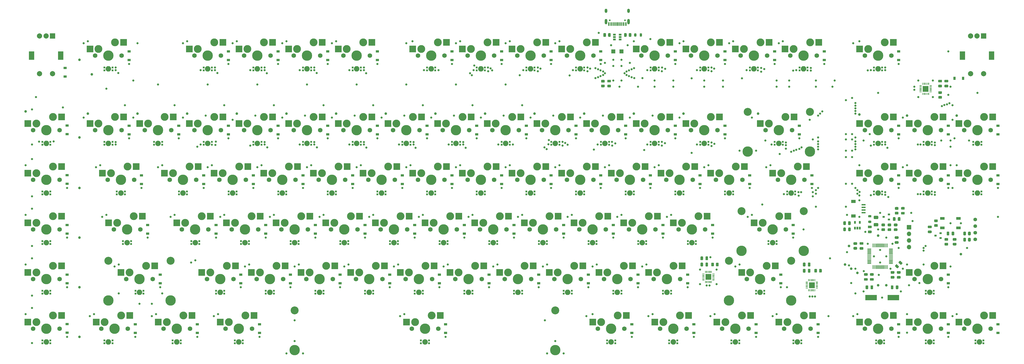
<source format=gbs>
%TF.GenerationSoftware,KiCad,Pcbnew,(5.1.10)-1*%
%TF.CreationDate,2021-12-17T20:47:38-05:00*%
%TF.ProjectId,custom_keyboard (f303),63757374-6f6d-45f6-9b65-79626f617264,rev?*%
%TF.SameCoordinates,Original*%
%TF.FileFunction,Soldermask,Bot*%
%TF.FilePolarity,Negative*%
%FSLAX46Y46*%
G04 Gerber Fmt 4.6, Leading zero omitted, Abs format (unit mm)*
G04 Created by KiCad (PCBNEW (5.1.10)-1) date 2021-12-17 20:47:38*
%MOMM*%
%LPD*%
G01*
G04 APERTURE LIST*
%ADD10C,2.100000*%
%ADD11R,0.800000X0.700000*%
%ADD12R,2.550000X2.500000*%
%ADD13C,1.750000*%
%ADD14C,3.000000*%
%ADD15C,3.987800*%
%ADD16C,3.048000*%
%ADD17C,1.000000*%
%ADD18C,2.120000*%
%ADD19R,1.800000X1.100000*%
%ADD20R,1.800000X1.200000*%
%ADD21R,1.550000X0.600000*%
%ADD22R,1.200000X0.900000*%
%ADD23R,2.300000X2.300000*%
%ADD24R,0.900000X0.800000*%
%ADD25R,0.650000X1.060000*%
%ADD26C,1.397000*%
%ADD27R,1.500000X1.500000*%
%ADD28R,1.060000X0.650000*%
%ADD29R,0.600000X1.450000*%
%ADD30R,0.300000X1.450000*%
%ADD31C,0.650000*%
%ADD32O,1.000000X2.100000*%
%ADD33O,1.000000X1.600000*%
%ADD34R,4.500000X2.000000*%
%ADD35O,1.700000X1.700000*%
%ADD36R,1.700000X1.700000*%
%ADD37R,2.000000X2.000000*%
%ADD38C,2.000000*%
%ADD39R,2.000000X3.200000*%
%ADD40R,0.900000X1.200000*%
%ADD41C,0.800000*%
G04 APERTURE END LIST*
D10*
%TO.C,LED90*%
X162708500Y-278107800D03*
D11*
X161158500Y-278657800D03*
X161158500Y-277557800D03*
X164258500Y-278657800D03*
X164258500Y-277557800D03*
%TD*%
D10*
%TO.C,LED89*%
X234141500Y-278107800D03*
D11*
X232591500Y-278657800D03*
X232591500Y-277557800D03*
X235691500Y-278657800D03*
X235691500Y-277557800D03*
%TD*%
D10*
%TO.C,LED88*%
X305574500Y-278107800D03*
D11*
X304024500Y-278657800D03*
X304024500Y-277557800D03*
X307124500Y-278657800D03*
X307124500Y-277557800D03*
%TD*%
D10*
%TO.C,LED87*%
X329385500Y-278107800D03*
D11*
X327835500Y-278657800D03*
X327835500Y-277557800D03*
X330935500Y-278657800D03*
X330935500Y-277557800D03*
%TD*%
D10*
%TO.C,LED86*%
X353196500Y-278107800D03*
D11*
X351646500Y-278657800D03*
X351646500Y-277557800D03*
X354746500Y-278657800D03*
X354746500Y-277557800D03*
%TD*%
D10*
%TO.C,LED85*%
X377007500Y-278107800D03*
D11*
X375457500Y-278657800D03*
X375457500Y-277557800D03*
X378557500Y-278657800D03*
X378557500Y-277557800D03*
%TD*%
D10*
%TO.C,LED84*%
X408755500Y-278107800D03*
D11*
X407205500Y-278657800D03*
X407205500Y-277557800D03*
X410305500Y-278657800D03*
X410305500Y-277557800D03*
%TD*%
D10*
%TO.C,LED83*%
X427804300Y-278107800D03*
D11*
X426254300Y-278657800D03*
X426254300Y-277557800D03*
X429354300Y-278657800D03*
X429354300Y-277557800D03*
%TD*%
D10*
%TO.C,LED82*%
X446853100Y-278107800D03*
D11*
X445303100Y-278657800D03*
X445303100Y-277557800D03*
X448403100Y-278657800D03*
X448403100Y-277557800D03*
%TD*%
D10*
%TO.C,LED81*%
X427804300Y-259059000D03*
D11*
X426254300Y-259609000D03*
X426254300Y-258509000D03*
X429354300Y-259609000D03*
X429354300Y-258509000D03*
%TD*%
D10*
%TO.C,LED64*%
X117467600Y-220961400D03*
D11*
X115917600Y-221511400D03*
X115917600Y-220411400D03*
X119017600Y-221511400D03*
X119017600Y-220411400D03*
%TD*%
D10*
%TO.C,LED63*%
X88894400Y-220961400D03*
D11*
X87344400Y-221511400D03*
X87344400Y-220411400D03*
X90444400Y-221511400D03*
X90444400Y-220411400D03*
%TD*%
D10*
%TO.C,LED62*%
X88894400Y-240010200D03*
D11*
X87344400Y-240560200D03*
X87344400Y-239460200D03*
X90444400Y-240560200D03*
X90444400Y-239460200D03*
%TD*%
D10*
%TO.C,LED61*%
X119848700Y-240010200D03*
D11*
X118298700Y-240560200D03*
X118298700Y-239460200D03*
X121398700Y-240560200D03*
X121398700Y-239460200D03*
%TD*%
D10*
%TO.C,LED60*%
X146040800Y-240010200D03*
D11*
X144490800Y-240560200D03*
X144490800Y-239460200D03*
X147590800Y-240560200D03*
X147590800Y-239460200D03*
%TD*%
D10*
%TO.C,LED59*%
X165089600Y-240010200D03*
D11*
X163539600Y-240560200D03*
X163539600Y-239460200D03*
X166639600Y-240560200D03*
X166639600Y-239460200D03*
%TD*%
D10*
%TO.C,LED58*%
X184138400Y-240010200D03*
D11*
X182588400Y-240560200D03*
X182588400Y-239460200D03*
X185688400Y-240560200D03*
X185688400Y-239460200D03*
%TD*%
D10*
%TO.C,LED57*%
X203187200Y-240010200D03*
D11*
X201637200Y-240560200D03*
X201637200Y-239460200D03*
X204737200Y-240560200D03*
X204737200Y-239460200D03*
%TD*%
D10*
%TO.C,LED56*%
X222236000Y-240010200D03*
D11*
X220686000Y-240560200D03*
X220686000Y-239460200D03*
X223786000Y-240560200D03*
X223786000Y-239460200D03*
%TD*%
D10*
%TO.C,LED55*%
X241284800Y-240010200D03*
D11*
X239734800Y-240560200D03*
X239734800Y-239460200D03*
X242834800Y-240560200D03*
X242834800Y-239460200D03*
%TD*%
D10*
%TO.C,LED54*%
X260333600Y-240010200D03*
D11*
X258783600Y-240560200D03*
X258783600Y-239460200D03*
X261883600Y-240560200D03*
X261883600Y-239460200D03*
%TD*%
D10*
%TO.C,LED53*%
X279382400Y-240010200D03*
D11*
X277832400Y-240560200D03*
X277832400Y-239460200D03*
X280932400Y-240560200D03*
X280932400Y-239460200D03*
%TD*%
D10*
%TO.C,LED52*%
X298431200Y-240010200D03*
D11*
X296881200Y-240560200D03*
X296881200Y-239460200D03*
X299981200Y-240560200D03*
X299981200Y-239460200D03*
%TD*%
D10*
%TO.C,LED51*%
X317480000Y-240010200D03*
D11*
X315930000Y-240560200D03*
X315930000Y-239460200D03*
X319030000Y-240560200D03*
X319030000Y-239460200D03*
%TD*%
D10*
%TO.C,LED50*%
X336528800Y-240010200D03*
D11*
X334978800Y-240560200D03*
X334978800Y-239460200D03*
X338078800Y-240560200D03*
X338078800Y-239460200D03*
%TD*%
D10*
%TO.C,LED49*%
X367483100Y-240010200D03*
D11*
X365933100Y-240560200D03*
X365933100Y-239460200D03*
X369033100Y-240560200D03*
X369033100Y-239460200D03*
%TD*%
D12*
%TO.C,MX84*%
X311416500Y-267952800D03*
X298489500Y-270492800D03*
D13*
X310654500Y-273032800D03*
X300494500Y-273032800D03*
D14*
X301764500Y-270492800D03*
D15*
X305574500Y-273032800D03*
D14*
X308114500Y-267952800D03*
%TD*%
D15*
%TO.C,MX29*%
X357926200Y-205092600D03*
X381802200Y-205092600D03*
D16*
X357926200Y-189852600D03*
X381802200Y-189852600D03*
D12*
X375706200Y-191757600D03*
X362779200Y-194297600D03*
D13*
X374944200Y-196837600D03*
X364784200Y-196837600D03*
D14*
X366054200Y-194297600D03*
D15*
X369864200Y-196837600D03*
D14*
X372404200Y-191757600D03*
%TD*%
D10*
%TO.C,LED32*%
X131754200Y-201912600D03*
D11*
X130204200Y-202462600D03*
X130204200Y-201362600D03*
X133304200Y-202462600D03*
X133304200Y-201362600D03*
%TD*%
D10*
%TO.C,LED31*%
X150803000Y-201912600D03*
D11*
X149253000Y-202462600D03*
X149253000Y-201362600D03*
X152353000Y-202462600D03*
X152353000Y-201362600D03*
%TD*%
D10*
%TO.C,LED30*%
X169851800Y-201912600D03*
D11*
X168301800Y-202462600D03*
X168301800Y-201362600D03*
X171401800Y-202462600D03*
X171401800Y-201362600D03*
%TD*%
D10*
%TO.C,LED29*%
X188900600Y-201912600D03*
D11*
X187350600Y-202462600D03*
X187350600Y-201362600D03*
X190450600Y-202462600D03*
X190450600Y-201362600D03*
%TD*%
D10*
%TO.C,LED28*%
X207949400Y-201912600D03*
D11*
X206399400Y-202462600D03*
X206399400Y-201362600D03*
X209499400Y-202462600D03*
X209499400Y-201362600D03*
%TD*%
D10*
%TO.C,LED27*%
X226998200Y-201912600D03*
D11*
X225448200Y-202462600D03*
X225448200Y-201362600D03*
X228548200Y-202462600D03*
X228548200Y-201362600D03*
%TD*%
D10*
%TO.C,LED26*%
X246047000Y-201912600D03*
D11*
X244497000Y-202462600D03*
X244497000Y-201362600D03*
X247597000Y-202462600D03*
X247597000Y-201362600D03*
%TD*%
D10*
%TO.C,LED25*%
X265095800Y-201912600D03*
D11*
X263545800Y-202462600D03*
X263545800Y-201362600D03*
X266645800Y-202462600D03*
X266645800Y-201362600D03*
%TD*%
D10*
%TO.C,LED24*%
X284144600Y-201912600D03*
D11*
X282594600Y-202462600D03*
X282594600Y-201362600D03*
X285694600Y-202462600D03*
X285694600Y-201362600D03*
%TD*%
D10*
%TO.C,LED23*%
X303193400Y-201912600D03*
D11*
X301643400Y-202462600D03*
X301643400Y-201362600D03*
X304743400Y-202462600D03*
X304743400Y-201362600D03*
%TD*%
D10*
%TO.C,LED22*%
X322242200Y-201912600D03*
D11*
X320692200Y-202462600D03*
X320692200Y-201362600D03*
X323792200Y-202462600D03*
X323792200Y-201362600D03*
%TD*%
D10*
%TO.C,LED21*%
X341291000Y-201912600D03*
D11*
X339741000Y-202462600D03*
X339741000Y-201362600D03*
X342841000Y-202462600D03*
X342841000Y-201362600D03*
%TD*%
D10*
%TO.C,LED20*%
X369864200Y-201912600D03*
D11*
X368314200Y-202462600D03*
X368314200Y-201362600D03*
X371414200Y-202462600D03*
X371414200Y-201362600D03*
%TD*%
D10*
%TO.C,LED19*%
X407961800Y-201912600D03*
D11*
X406411800Y-202462600D03*
X406411800Y-201362600D03*
X409511800Y-202462600D03*
X409511800Y-201362600D03*
%TD*%
D10*
%TO.C,LED18*%
X427010600Y-201912600D03*
D11*
X425460600Y-202462600D03*
X425460600Y-201362600D03*
X428560600Y-202462600D03*
X428560600Y-201362600D03*
%TD*%
D10*
%TO.C,LED17*%
X446059400Y-201912600D03*
D11*
X444509400Y-202462600D03*
X444509400Y-201362600D03*
X447609400Y-202462600D03*
X447609400Y-201362600D03*
%TD*%
D15*
%TO.C,MX83*%
X184141600Y-281287800D03*
X284141400Y-281287800D03*
D16*
X184141600Y-266047800D03*
X284141400Y-266047800D03*
D12*
X239983500Y-267952800D03*
X227056500Y-270492800D03*
D13*
X239221500Y-273032800D03*
X229061500Y-273032800D03*
D14*
X230331500Y-270492800D03*
D15*
X234141500Y-273032800D03*
D14*
X236681500Y-267952800D03*
%TD*%
D12*
%TO.C,MX22*%
X232840200Y-191757600D03*
X219913200Y-194297600D03*
D13*
X232078200Y-196837600D03*
X221918200Y-196837600D03*
D14*
X223188200Y-194297600D03*
D15*
X226998200Y-196837600D03*
D14*
X229538200Y-191757600D03*
%TD*%
D17*
%TO.C,COL13*%
X333354000Y-190488000D03*
%TD*%
D18*
%TO.C,LED1*%
X88894400Y-201912600D03*
D11*
X87344400Y-202462600D03*
X87344400Y-201362600D03*
X90444400Y-202462600D03*
X90444400Y-201362600D03*
%TD*%
D12*
%TO.C,MX2*%
X156645000Y-163184400D03*
X143718000Y-165724400D03*
D13*
X155883000Y-168264400D03*
X145723000Y-168264400D03*
D14*
X146993000Y-165724400D03*
D15*
X150803000Y-168264400D03*
D14*
X153343000Y-163184400D03*
%TD*%
D18*
%TO.C,LED2*%
X112705400Y-201912600D03*
D11*
X111155400Y-202462600D03*
X111155400Y-201362600D03*
X114255400Y-202462600D03*
X114255400Y-201362600D03*
%TD*%
D12*
%TO.C,MX3*%
X175693800Y-163184400D03*
X162766800Y-165724400D03*
D13*
X174931800Y-168264400D03*
X164771800Y-168264400D03*
D14*
X166041800Y-165724400D03*
D15*
X169851800Y-168264400D03*
D14*
X172391800Y-163184400D03*
%TD*%
D18*
%TO.C,LED80*%
X362720900Y-259059000D03*
D11*
X361170900Y-259609000D03*
X361170900Y-258509000D03*
X364270900Y-259609000D03*
X364270900Y-258509000D03*
%TD*%
D18*
%TO.C,LED79*%
X327004400Y-259059000D03*
D11*
X325454400Y-259609000D03*
X325454400Y-258509000D03*
X328554400Y-259609000D03*
X328554400Y-258509000D03*
%TD*%
D18*
%TO.C,LED78*%
X307955600Y-259059000D03*
D11*
X306405600Y-259609000D03*
X306405600Y-258509000D03*
X309505600Y-259609000D03*
X309505600Y-258509000D03*
%TD*%
D18*
%TO.C,LED77*%
X288906800Y-259059000D03*
D11*
X287356800Y-259609000D03*
X287356800Y-258509000D03*
X290456800Y-259609000D03*
X290456800Y-258509000D03*
%TD*%
D18*
%TO.C,LED76*%
X269858000Y-259059000D03*
D11*
X268308000Y-259609000D03*
X268308000Y-258509000D03*
X271408000Y-259609000D03*
X271408000Y-258509000D03*
%TD*%
D18*
%TO.C,LED75*%
X250809200Y-259059000D03*
D11*
X249259200Y-259609000D03*
X249259200Y-258509000D03*
X252359200Y-259609000D03*
X252359200Y-258509000D03*
%TD*%
D18*
%TO.C,LED74*%
X231760400Y-259059000D03*
D11*
X230210400Y-259609000D03*
X230210400Y-258509000D03*
X233310400Y-259609000D03*
X233310400Y-258509000D03*
%TD*%
D18*
%TO.C,LED73*%
X212711600Y-259059000D03*
D11*
X211161600Y-259609000D03*
X211161600Y-258509000D03*
X214261600Y-259609000D03*
X214261600Y-258509000D03*
%TD*%
D18*
%TO.C,LED72*%
X193662800Y-259059000D03*
D11*
X192112800Y-259609000D03*
X192112800Y-258509000D03*
X195212800Y-259609000D03*
X195212800Y-258509000D03*
%TD*%
D18*
%TO.C,LED71*%
X174614000Y-259059000D03*
D11*
X173064000Y-259609000D03*
X173064000Y-258509000D03*
X176164000Y-259609000D03*
X176164000Y-258509000D03*
%TD*%
D18*
%TO.C,LED70*%
X155565200Y-259059000D03*
D11*
X154015200Y-259609000D03*
X154015200Y-258509000D03*
X157115200Y-259609000D03*
X157115200Y-258509000D03*
%TD*%
D18*
%TO.C,LED69*%
X124610900Y-259059000D03*
D11*
X123060900Y-259609000D03*
X123060900Y-258509000D03*
X126160900Y-259609000D03*
X126160900Y-258509000D03*
%TD*%
D18*
%TO.C,LED68*%
X88894400Y-259059000D03*
D11*
X87344400Y-259609000D03*
X87344400Y-258509000D03*
X90444400Y-259609000D03*
X90444400Y-258509000D03*
%TD*%
D18*
%TO.C,LED67*%
X88894400Y-278107800D03*
D11*
X87344400Y-278657800D03*
X87344400Y-277557800D03*
X90444400Y-278657800D03*
X90444400Y-277557800D03*
%TD*%
D18*
%TO.C,LED66*%
X112705400Y-278107800D03*
D11*
X111155400Y-278657800D03*
X111155400Y-277557800D03*
X114255400Y-278657800D03*
X114255400Y-277557800D03*
%TD*%
D18*
%TO.C,LED65*%
X138897500Y-278107800D03*
D11*
X137347500Y-278657800D03*
X137347500Y-277557800D03*
X140447500Y-278657800D03*
X140447500Y-277557800D03*
%TD*%
D18*
%TO.C,LED48*%
X446059400Y-220961400D03*
D11*
X444509400Y-221511400D03*
X444509400Y-220411400D03*
X447609400Y-221511400D03*
X447609400Y-220411400D03*
%TD*%
D18*
%TO.C,LED47*%
X427010600Y-220961400D03*
D11*
X425460600Y-221511400D03*
X425460600Y-220411400D03*
X428560600Y-221511400D03*
X428560600Y-220411400D03*
%TD*%
D18*
%TO.C,LED46*%
X407961800Y-220961400D03*
D11*
X406411800Y-221511400D03*
X406411800Y-220411400D03*
X409511800Y-221511400D03*
X409511800Y-220411400D03*
%TD*%
D18*
%TO.C,LED45*%
X374626400Y-220961400D03*
D11*
X373076400Y-221511400D03*
X373076400Y-220411400D03*
X376176400Y-221511400D03*
X376176400Y-220411400D03*
%TD*%
D18*
%TO.C,LED44*%
X350815400Y-220961400D03*
D11*
X349265400Y-221511400D03*
X349265400Y-220411400D03*
X352365400Y-221511400D03*
X352365400Y-220411400D03*
%TD*%
D18*
%TO.C,LED43*%
X331766600Y-220961400D03*
D11*
X330216600Y-221511400D03*
X330216600Y-220411400D03*
X333316600Y-221511400D03*
X333316600Y-220411400D03*
%TD*%
D18*
%TO.C,LED42*%
X312717800Y-220961400D03*
D11*
X311167800Y-221511400D03*
X311167800Y-220411400D03*
X314267800Y-221511400D03*
X314267800Y-220411400D03*
%TD*%
D18*
%TO.C,LED41*%
X293669000Y-220961400D03*
D11*
X292119000Y-221511400D03*
X292119000Y-220411400D03*
X295219000Y-221511400D03*
X295219000Y-220411400D03*
%TD*%
D18*
%TO.C,LED40*%
X274620200Y-220961400D03*
D11*
X273070200Y-221511400D03*
X273070200Y-220411400D03*
X276170200Y-221511400D03*
X276170200Y-220411400D03*
%TD*%
D18*
%TO.C,LED39*%
X255571400Y-220961400D03*
D11*
X254021400Y-221511400D03*
X254021400Y-220411400D03*
X257121400Y-221511400D03*
X257121400Y-220411400D03*
%TD*%
D18*
%TO.C,LED38*%
X236522600Y-220961400D03*
D11*
X234972600Y-221511400D03*
X234972600Y-220411400D03*
X238072600Y-221511400D03*
X238072600Y-220411400D03*
%TD*%
D18*
%TO.C,LED37*%
X217473800Y-220961400D03*
D11*
X215923800Y-221511400D03*
X215923800Y-220411400D03*
X219023800Y-221511400D03*
X219023800Y-220411400D03*
%TD*%
D18*
%TO.C,LED36*%
X198425000Y-220961400D03*
D11*
X196875000Y-221511400D03*
X196875000Y-220411400D03*
X199975000Y-221511400D03*
X199975000Y-220411400D03*
%TD*%
D18*
%TO.C,LED35*%
X179376200Y-220961400D03*
D11*
X177826200Y-221511400D03*
X177826200Y-220411400D03*
X180926200Y-221511400D03*
X180926200Y-220411400D03*
%TD*%
D18*
%TO.C,LED34*%
X160327400Y-220961400D03*
D11*
X158777400Y-221511400D03*
X158777400Y-220411400D03*
X161877400Y-221511400D03*
X161877400Y-220411400D03*
%TD*%
D18*
%TO.C,LED33*%
X141278600Y-220961400D03*
D11*
X139728600Y-221511400D03*
X139728600Y-220411400D03*
X142828600Y-221511400D03*
X142828600Y-220411400D03*
%TD*%
D18*
%TO.C,LED16*%
X407961800Y-173339400D03*
D11*
X406411800Y-173889400D03*
X406411800Y-172789400D03*
X409511800Y-173889400D03*
X409511800Y-172789400D03*
%TD*%
D18*
%TO.C,LED15*%
X379388600Y-173339400D03*
D11*
X377838600Y-173889400D03*
X377838600Y-172789400D03*
X380938600Y-173889400D03*
X380938600Y-172789400D03*
%TD*%
D18*
%TO.C,LED14*%
X360339800Y-173339400D03*
D11*
X358789800Y-173889400D03*
X358789800Y-172789400D03*
X361889800Y-173889400D03*
X361889800Y-172789400D03*
%TD*%
D18*
%TO.C,LED13*%
X341291000Y-173339400D03*
D11*
X339741000Y-173889400D03*
X339741000Y-172789400D03*
X342841000Y-173889400D03*
X342841000Y-172789400D03*
%TD*%
D18*
%TO.C,LED12*%
X322242200Y-173339400D03*
D11*
X320692200Y-173889400D03*
X320692200Y-172789400D03*
X323792200Y-173889400D03*
X323792200Y-172789400D03*
%TD*%
D18*
%TO.C,LED11*%
X293669000Y-173339400D03*
D11*
X292119000Y-173889400D03*
X292119000Y-172789400D03*
X295219000Y-173889400D03*
X295219000Y-172789400D03*
%TD*%
D18*
%TO.C,LED10*%
X274620200Y-173339400D03*
D11*
X273070200Y-173889400D03*
X273070200Y-172789400D03*
X276170200Y-173889400D03*
X276170200Y-172789400D03*
%TD*%
D18*
%TO.C,LED9*%
X255571400Y-173339400D03*
D11*
X254021400Y-173889400D03*
X254021400Y-172789400D03*
X257121400Y-173889400D03*
X257121400Y-172789400D03*
%TD*%
D18*
%TO.C,LED8*%
X236522600Y-173339400D03*
D11*
X234972600Y-173889400D03*
X234972600Y-172789400D03*
X238072600Y-173889400D03*
X238072600Y-172789400D03*
%TD*%
D18*
%TO.C,LED7*%
X207949400Y-173339400D03*
D11*
X206399400Y-173889400D03*
X206399400Y-172789400D03*
X209499400Y-173889400D03*
X209499400Y-172789400D03*
%TD*%
D18*
%TO.C,LED6*%
X188900600Y-173339400D03*
D11*
X187350600Y-173889400D03*
X187350600Y-172789400D03*
X190450600Y-173889400D03*
X190450600Y-172789400D03*
%TD*%
D18*
%TO.C,LED5*%
X169851800Y-173339400D03*
D11*
X168301800Y-173889400D03*
X168301800Y-172789400D03*
X171401800Y-173889400D03*
X171401800Y-172789400D03*
%TD*%
D18*
%TO.C,LED4*%
X150803000Y-173339400D03*
D11*
X149253000Y-173889400D03*
X149253000Y-172789400D03*
X152353000Y-173889400D03*
X152353000Y-172789400D03*
%TD*%
D18*
%TO.C,LED3*%
X112705400Y-173339400D03*
D11*
X111155400Y-173889400D03*
X111155400Y-172789400D03*
X114255400Y-173889400D03*
X114255400Y-172789400D03*
%TD*%
D19*
%TO.C,SW1*%
X438841300Y-234404100D03*
X432641300Y-230704100D03*
X438841300Y-230704100D03*
X432641300Y-234404100D03*
%TD*%
D20*
%TO.C,J2*%
X398543700Y-224198200D03*
X398543700Y-229798200D03*
D21*
X402418700Y-228498200D03*
X402418700Y-227498200D03*
X402418700Y-225498200D03*
X402418700Y-226498200D03*
%TD*%
D12*
%TO.C,MX18*%
X156645000Y-191757600D03*
X143718000Y-194297600D03*
D13*
X155883000Y-196837600D03*
X145723000Y-196837600D03*
D14*
X146993000Y-194297600D03*
D15*
X150803000Y-196837600D03*
D14*
X153343000Y-191757600D03*
%TD*%
D12*
%TO.C,MX32*%
X451901400Y-191757600D03*
X438974400Y-194297600D03*
D13*
X451139400Y-196837600D03*
X440979400Y-196837600D03*
D14*
X442249400Y-194297600D03*
D15*
X446059400Y-196837600D03*
D14*
X448599400Y-191757600D03*
%TD*%
D12*
%TO.C,MX12*%
X366181800Y-163184400D03*
X353254800Y-165724400D03*
D13*
X365419800Y-168264400D03*
X355259800Y-168264400D03*
D14*
X356529800Y-165724400D03*
D15*
X360339800Y-168264400D03*
D14*
X362879800Y-163184400D03*
%TD*%
D12*
%TO.C,MX51*%
X94736400Y-229855200D03*
X81809400Y-232395200D03*
D13*
X93974400Y-234935200D03*
X83814400Y-234935200D03*
D14*
X85084400Y-232395200D03*
D15*
X88894400Y-234935200D03*
D14*
X91434400Y-229855200D03*
%TD*%
D12*
%TO.C,MX90*%
X451901400Y-267952800D03*
X438974400Y-270492800D03*
D13*
X451139400Y-273032800D03*
X440979400Y-273032800D03*
D14*
X442249400Y-270492800D03*
D15*
X446059400Y-273032800D03*
D14*
X448599400Y-267952800D03*
%TD*%
D12*
%TO.C,MX89*%
X432852600Y-267952800D03*
X419925600Y-270492800D03*
D13*
X432090600Y-273032800D03*
X421930600Y-273032800D03*
D14*
X423200600Y-270492800D03*
D15*
X427010600Y-273032800D03*
D14*
X429550600Y-267952800D03*
%TD*%
D12*
%TO.C,MX88*%
X413803800Y-267952800D03*
X400876800Y-270492800D03*
D13*
X413041800Y-273032800D03*
X402881800Y-273032800D03*
D14*
X404151800Y-270492800D03*
D15*
X407961800Y-273032800D03*
D14*
X410501800Y-267952800D03*
%TD*%
D12*
%TO.C,MX87*%
X382849500Y-267952800D03*
X369922500Y-270492800D03*
D13*
X382087500Y-273032800D03*
X371927500Y-273032800D03*
D14*
X373197500Y-270492800D03*
D15*
X377007500Y-273032800D03*
D14*
X379547500Y-267952800D03*
%TD*%
D12*
%TO.C,MX86*%
X359038500Y-267952800D03*
X346111500Y-270492800D03*
D13*
X358276500Y-273032800D03*
X348116500Y-273032800D03*
D14*
X349386500Y-270492800D03*
D15*
X353196500Y-273032800D03*
D14*
X355736500Y-267952800D03*
%TD*%
D12*
%TO.C,MX85*%
X335227500Y-267952800D03*
X322300500Y-270492800D03*
D13*
X334465500Y-273032800D03*
X324305500Y-273032800D03*
D14*
X325575500Y-270492800D03*
D15*
X329385500Y-273032800D03*
D14*
X331925500Y-267952800D03*
%TD*%
D12*
%TO.C,MX82*%
X168550500Y-267952800D03*
X155623500Y-270492800D03*
D13*
X167788500Y-273032800D03*
X157628500Y-273032800D03*
D14*
X158898500Y-270492800D03*
D15*
X162708500Y-273032800D03*
D14*
X165248500Y-267952800D03*
%TD*%
D12*
%TO.C,MX81*%
X144739500Y-267952800D03*
X131812500Y-270492800D03*
D13*
X143977500Y-273032800D03*
X133817500Y-273032800D03*
D14*
X135087500Y-270492800D03*
D15*
X138897500Y-273032800D03*
D14*
X141437500Y-267952800D03*
%TD*%
D12*
%TO.C,MX80*%
X120928500Y-267952800D03*
X108001500Y-270492800D03*
D13*
X120166500Y-273032800D03*
X110006500Y-273032800D03*
D14*
X111276500Y-270492800D03*
D15*
X115086500Y-273032800D03*
D14*
X117626500Y-267952800D03*
%TD*%
D12*
%TO.C,MX79*%
X94736400Y-267952800D03*
X81809400Y-270492800D03*
D13*
X93974400Y-273032800D03*
X83814400Y-273032800D03*
D14*
X85084400Y-270492800D03*
D15*
X88894400Y-273032800D03*
D14*
X91434400Y-267952800D03*
%TD*%
D12*
%TO.C,MX78*%
X432852600Y-248904000D03*
X419925600Y-251444000D03*
D13*
X432090600Y-253984000D03*
X421930600Y-253984000D03*
D14*
X423200600Y-251444000D03*
D15*
X427010600Y-253984000D03*
D14*
X429550600Y-248904000D03*
%TD*%
D15*
%TO.C,MX77*%
X350782900Y-262239000D03*
X374658900Y-262239000D03*
D16*
X350782900Y-246999000D03*
X374658900Y-246999000D03*
D12*
X368562900Y-248904000D03*
X355635900Y-251444000D03*
D13*
X367800900Y-253984000D03*
X357640900Y-253984000D03*
D14*
X358910900Y-251444000D03*
D15*
X362720900Y-253984000D03*
D14*
X365260900Y-248904000D03*
%TD*%
D12*
%TO.C,MX76*%
X332846400Y-248904000D03*
X319919400Y-251444000D03*
D13*
X332084400Y-253984000D03*
X321924400Y-253984000D03*
D14*
X323194400Y-251444000D03*
D15*
X327004400Y-253984000D03*
D14*
X329544400Y-248904000D03*
%TD*%
D12*
%TO.C,MX75*%
X313797600Y-248904000D03*
X300870600Y-251444000D03*
D13*
X313035600Y-253984000D03*
X302875600Y-253984000D03*
D14*
X304145600Y-251444000D03*
D15*
X307955600Y-253984000D03*
D14*
X310495600Y-248904000D03*
%TD*%
D12*
%TO.C,MX74*%
X294748800Y-248904000D03*
X281821800Y-251444000D03*
D13*
X293986800Y-253984000D03*
X283826800Y-253984000D03*
D14*
X285096800Y-251444000D03*
D15*
X288906800Y-253984000D03*
D14*
X291446800Y-248904000D03*
%TD*%
D12*
%TO.C,MX73*%
X275700000Y-248904000D03*
X262773000Y-251444000D03*
D13*
X274938000Y-253984000D03*
X264778000Y-253984000D03*
D14*
X266048000Y-251444000D03*
D15*
X269858000Y-253984000D03*
D14*
X272398000Y-248904000D03*
%TD*%
D12*
%TO.C,MX72*%
X256651200Y-248904000D03*
X243724200Y-251444000D03*
D13*
X255889200Y-253984000D03*
X245729200Y-253984000D03*
D14*
X246999200Y-251444000D03*
D15*
X250809200Y-253984000D03*
D14*
X253349200Y-248904000D03*
%TD*%
D12*
%TO.C,MX71*%
X237602400Y-248904000D03*
X224675400Y-251444000D03*
D13*
X236840400Y-253984000D03*
X226680400Y-253984000D03*
D14*
X227950400Y-251444000D03*
D15*
X231760400Y-253984000D03*
D14*
X234300400Y-248904000D03*
%TD*%
D12*
%TO.C,MX70*%
X218553600Y-248904000D03*
X205626600Y-251444000D03*
D13*
X217791600Y-253984000D03*
X207631600Y-253984000D03*
D14*
X208901600Y-251444000D03*
D15*
X212711600Y-253984000D03*
D14*
X215251600Y-248904000D03*
%TD*%
D12*
%TO.C,MX69*%
X199504800Y-248904000D03*
X186577800Y-251444000D03*
D13*
X198742800Y-253984000D03*
X188582800Y-253984000D03*
D14*
X189852800Y-251444000D03*
D15*
X193662800Y-253984000D03*
D14*
X196202800Y-248904000D03*
%TD*%
D12*
%TO.C,MX68*%
X180456000Y-248904000D03*
X167529000Y-251444000D03*
D13*
X179694000Y-253984000D03*
X169534000Y-253984000D03*
D14*
X170804000Y-251444000D03*
D15*
X174614000Y-253984000D03*
D14*
X177154000Y-248904000D03*
%TD*%
D12*
%TO.C,MX67*%
X161407200Y-248904000D03*
X148480200Y-251444000D03*
D13*
X160645200Y-253984000D03*
X150485200Y-253984000D03*
D14*
X151755200Y-251444000D03*
D15*
X155565200Y-253984000D03*
D14*
X158105200Y-248904000D03*
%TD*%
D15*
%TO.C,MX66*%
X112672900Y-262239000D03*
X136548900Y-262239000D03*
D16*
X112672900Y-246999000D03*
X136548900Y-246999000D03*
D12*
X130452900Y-248904000D03*
X117525900Y-251444000D03*
D13*
X129690900Y-253984000D03*
X119530900Y-253984000D03*
D14*
X120800900Y-251444000D03*
D15*
X124610900Y-253984000D03*
D14*
X127150900Y-248904000D03*
%TD*%
D12*
%TO.C,MX65*%
X94736400Y-248904000D03*
X81809400Y-251444000D03*
D13*
X93974400Y-253984000D03*
X83814400Y-253984000D03*
D14*
X85084400Y-251444000D03*
D15*
X88894400Y-253984000D03*
D14*
X91434400Y-248904000D03*
%TD*%
D15*
%TO.C,MX64*%
X355545100Y-243190200D03*
X379421100Y-243190200D03*
D16*
X355545100Y-227950200D03*
X379421100Y-227950200D03*
D12*
X373325100Y-229855200D03*
X360398100Y-232395200D03*
D13*
X372563100Y-234935200D03*
X362403100Y-234935200D03*
D14*
X363673100Y-232395200D03*
D15*
X367483100Y-234935200D03*
D14*
X370023100Y-229855200D03*
%TD*%
D12*
%TO.C,MX63*%
X342370800Y-229855200D03*
X329443800Y-232395200D03*
D13*
X341608800Y-234935200D03*
X331448800Y-234935200D03*
D14*
X332718800Y-232395200D03*
D15*
X336528800Y-234935200D03*
D14*
X339068800Y-229855200D03*
%TD*%
D12*
%TO.C,MX62*%
X323322000Y-229855200D03*
X310395000Y-232395200D03*
D13*
X322560000Y-234935200D03*
X312400000Y-234935200D03*
D14*
X313670000Y-232395200D03*
D15*
X317480000Y-234935200D03*
D14*
X320020000Y-229855200D03*
%TD*%
D12*
%TO.C,MX61*%
X304273200Y-229855200D03*
X291346200Y-232395200D03*
D13*
X303511200Y-234935200D03*
X293351200Y-234935200D03*
D14*
X294621200Y-232395200D03*
D15*
X298431200Y-234935200D03*
D14*
X300971200Y-229855200D03*
%TD*%
D12*
%TO.C,MX60*%
X285224400Y-229855200D03*
X272297400Y-232395200D03*
D13*
X284462400Y-234935200D03*
X274302400Y-234935200D03*
D14*
X275572400Y-232395200D03*
D15*
X279382400Y-234935200D03*
D14*
X281922400Y-229855200D03*
%TD*%
D12*
%TO.C,MX59*%
X266175600Y-229855200D03*
X253248600Y-232395200D03*
D13*
X265413600Y-234935200D03*
X255253600Y-234935200D03*
D14*
X256523600Y-232395200D03*
D15*
X260333600Y-234935200D03*
D14*
X262873600Y-229855200D03*
%TD*%
D12*
%TO.C,MX58*%
X247126800Y-229855200D03*
X234199800Y-232395200D03*
D13*
X246364800Y-234935200D03*
X236204800Y-234935200D03*
D14*
X237474800Y-232395200D03*
D15*
X241284800Y-234935200D03*
D14*
X243824800Y-229855200D03*
%TD*%
D12*
%TO.C,MX57*%
X228078000Y-229855200D03*
X215151000Y-232395200D03*
D13*
X227316000Y-234935200D03*
X217156000Y-234935200D03*
D14*
X218426000Y-232395200D03*
D15*
X222236000Y-234935200D03*
D14*
X224776000Y-229855200D03*
%TD*%
D12*
%TO.C,MX56*%
X209029200Y-229855200D03*
X196102200Y-232395200D03*
D13*
X208267200Y-234935200D03*
X198107200Y-234935200D03*
D14*
X199377200Y-232395200D03*
D15*
X203187200Y-234935200D03*
D14*
X205727200Y-229855200D03*
%TD*%
D12*
%TO.C,MX55*%
X189980400Y-229855200D03*
X177053400Y-232395200D03*
D13*
X189218400Y-234935200D03*
X179058400Y-234935200D03*
D14*
X180328400Y-232395200D03*
D15*
X184138400Y-234935200D03*
D14*
X186678400Y-229855200D03*
%TD*%
D12*
%TO.C,MX54*%
X170931600Y-229855200D03*
X158004600Y-232395200D03*
D13*
X170169600Y-234935200D03*
X160009600Y-234935200D03*
D14*
X161279600Y-232395200D03*
D15*
X165089600Y-234935200D03*
D14*
X167629600Y-229855200D03*
%TD*%
D12*
%TO.C,MX53*%
X151824500Y-229855200D03*
X138897500Y-232395200D03*
D13*
X151062500Y-234935200D03*
X140902500Y-234935200D03*
D14*
X142172500Y-232395200D03*
D15*
X145982500Y-234935200D03*
D14*
X148522500Y-229855200D03*
%TD*%
D12*
%TO.C,MX52*%
X125690700Y-229855200D03*
X112763700Y-232395200D03*
D13*
X124928700Y-234935200D03*
X114768700Y-234935200D03*
D14*
X116038700Y-232395200D03*
D15*
X119848700Y-234935200D03*
D14*
X122388700Y-229855200D03*
%TD*%
D12*
%TO.C,MX50*%
X451901400Y-210806400D03*
X438974400Y-213346400D03*
D13*
X451139400Y-215886400D03*
X440979400Y-215886400D03*
D14*
X442249400Y-213346400D03*
D15*
X446059400Y-215886400D03*
D14*
X448599400Y-210806400D03*
%TD*%
D12*
%TO.C,MX49*%
X432852600Y-210806400D03*
X419925600Y-213346400D03*
D13*
X432090600Y-215886400D03*
X421930600Y-215886400D03*
D14*
X423200600Y-213346400D03*
D15*
X427010600Y-215886400D03*
D14*
X429550600Y-210806400D03*
%TD*%
D12*
%TO.C,MX48*%
X413803800Y-210806400D03*
X400876800Y-213346400D03*
D13*
X413041800Y-215886400D03*
X402881800Y-215886400D03*
D14*
X404151800Y-213346400D03*
D15*
X407961800Y-215886400D03*
D14*
X410501800Y-210806400D03*
%TD*%
%TO.C,MX47*%
X377166400Y-210806400D03*
D15*
X374626400Y-215886400D03*
D14*
X370816400Y-213346400D03*
D13*
X369546400Y-215886400D03*
X379706400Y-215886400D03*
D12*
X367541400Y-213346400D03*
X380468400Y-210806400D03*
%TD*%
%TO.C,MX46*%
X356657400Y-210806400D03*
X343730400Y-213346400D03*
D13*
X355895400Y-215886400D03*
X345735400Y-215886400D03*
D14*
X347005400Y-213346400D03*
D15*
X350815400Y-215886400D03*
D14*
X353355400Y-210806400D03*
%TD*%
D12*
%TO.C,MX45*%
X337608600Y-210806400D03*
X324681600Y-213346400D03*
D13*
X336846600Y-215886400D03*
X326686600Y-215886400D03*
D14*
X327956600Y-213346400D03*
D15*
X331766600Y-215886400D03*
D14*
X334306600Y-210806400D03*
%TD*%
D12*
%TO.C,MX44*%
X318559800Y-210806400D03*
X305632800Y-213346400D03*
D13*
X317797800Y-215886400D03*
X307637800Y-215886400D03*
D14*
X308907800Y-213346400D03*
D15*
X312717800Y-215886400D03*
D14*
X315257800Y-210806400D03*
%TD*%
D12*
%TO.C,MX43*%
X299511000Y-210806400D03*
X286584000Y-213346400D03*
D13*
X298749000Y-215886400D03*
X288589000Y-215886400D03*
D14*
X289859000Y-213346400D03*
D15*
X293669000Y-215886400D03*
D14*
X296209000Y-210806400D03*
%TD*%
D12*
%TO.C,MX42*%
X280462200Y-210806400D03*
X267535200Y-213346400D03*
D13*
X279700200Y-215886400D03*
X269540200Y-215886400D03*
D14*
X270810200Y-213346400D03*
D15*
X274620200Y-215886400D03*
D14*
X277160200Y-210806400D03*
%TD*%
D12*
%TO.C,MX41*%
X261413400Y-210806400D03*
X248486400Y-213346400D03*
D13*
X260651400Y-215886400D03*
X250491400Y-215886400D03*
D14*
X251761400Y-213346400D03*
D15*
X255571400Y-215886400D03*
D14*
X258111400Y-210806400D03*
%TD*%
D12*
%TO.C,MX40*%
X242364600Y-210806400D03*
X229437600Y-213346400D03*
D13*
X241602600Y-215886400D03*
X231442600Y-215886400D03*
D14*
X232712600Y-213346400D03*
D15*
X236522600Y-215886400D03*
D14*
X239062600Y-210806400D03*
%TD*%
D12*
%TO.C,MX39*%
X223315800Y-210806400D03*
X210388800Y-213346400D03*
D13*
X222553800Y-215886400D03*
X212393800Y-215886400D03*
D14*
X213663800Y-213346400D03*
D15*
X217473800Y-215886400D03*
D14*
X220013800Y-210806400D03*
%TD*%
D12*
%TO.C,MX38*%
X204267000Y-210806400D03*
X191340000Y-213346400D03*
D13*
X203505000Y-215886400D03*
X193345000Y-215886400D03*
D14*
X194615000Y-213346400D03*
D15*
X198425000Y-215886400D03*
D14*
X200965000Y-210806400D03*
%TD*%
D12*
%TO.C,MX37*%
X185218200Y-210806400D03*
X172291200Y-213346400D03*
D13*
X184456200Y-215886400D03*
X174296200Y-215886400D03*
D14*
X175566200Y-213346400D03*
D15*
X179376200Y-215886400D03*
D14*
X181916200Y-210806400D03*
%TD*%
D12*
%TO.C,MX36*%
X166169400Y-210806400D03*
X153242400Y-213346400D03*
D13*
X165407400Y-215886400D03*
X155247400Y-215886400D03*
D14*
X156517400Y-213346400D03*
D15*
X160327400Y-215886400D03*
D14*
X162867400Y-210806400D03*
%TD*%
D12*
%TO.C,MX35*%
X147120600Y-210806400D03*
X134193600Y-213346400D03*
D13*
X146358600Y-215886400D03*
X136198600Y-215886400D03*
D14*
X137468600Y-213346400D03*
D15*
X141278600Y-215886400D03*
D14*
X143818600Y-210806400D03*
%TD*%
%TO.C,MX34*%
X120007600Y-210806400D03*
D15*
X117467600Y-215886400D03*
D14*
X113657600Y-213346400D03*
D13*
X112387600Y-215886400D03*
X122547600Y-215886400D03*
D12*
X110382600Y-213346400D03*
X123309600Y-210806400D03*
%TD*%
%TO.C,MX33*%
X94736400Y-210806400D03*
X81809400Y-213346400D03*
D13*
X93974400Y-215886400D03*
X83814400Y-215886400D03*
D14*
X85084400Y-213346400D03*
D15*
X88894400Y-215886400D03*
D14*
X91434400Y-210806400D03*
%TD*%
D12*
%TO.C,MX31*%
X432852600Y-191757600D03*
X419925600Y-194297600D03*
D13*
X432090600Y-196837600D03*
X421930600Y-196837600D03*
D14*
X423200600Y-194297600D03*
D15*
X427010600Y-196837600D03*
D14*
X429550600Y-191757600D03*
%TD*%
D12*
%TO.C,MX30*%
X413803800Y-191757600D03*
X400876800Y-194297600D03*
D13*
X413041800Y-196837600D03*
X402881800Y-196837600D03*
D14*
X404151800Y-194297600D03*
D15*
X407961800Y-196837600D03*
D14*
X410501800Y-191757600D03*
%TD*%
D12*
%TO.C,MX28*%
X347133000Y-191757600D03*
X334206000Y-194297600D03*
D13*
X346371000Y-196837600D03*
X336211000Y-196837600D03*
D14*
X337481000Y-194297600D03*
D15*
X341291000Y-196837600D03*
D14*
X343831000Y-191757600D03*
%TD*%
D12*
%TO.C,MX27*%
X328084200Y-191757600D03*
X315157200Y-194297600D03*
D13*
X327322200Y-196837600D03*
X317162200Y-196837600D03*
D14*
X318432200Y-194297600D03*
D15*
X322242200Y-196837600D03*
D14*
X324782200Y-191757600D03*
%TD*%
D12*
%TO.C,MX26*%
X309035400Y-191757600D03*
X296108400Y-194297600D03*
D13*
X308273400Y-196837600D03*
X298113400Y-196837600D03*
D14*
X299383400Y-194297600D03*
D15*
X303193400Y-196837600D03*
D14*
X305733400Y-191757600D03*
%TD*%
D12*
%TO.C,MX25*%
X289986600Y-191757600D03*
X277059600Y-194297600D03*
D13*
X289224600Y-196837600D03*
X279064600Y-196837600D03*
D14*
X280334600Y-194297600D03*
D15*
X284144600Y-196837600D03*
D14*
X286684600Y-191757600D03*
%TD*%
D12*
%TO.C,MX24*%
X270937800Y-191757600D03*
X258010800Y-194297600D03*
D13*
X270175800Y-196837600D03*
X260015800Y-196837600D03*
D14*
X261285800Y-194297600D03*
D15*
X265095800Y-196837600D03*
D14*
X267635800Y-191757600D03*
%TD*%
D12*
%TO.C,MX23*%
X251889000Y-191757600D03*
X238962000Y-194297600D03*
D13*
X251127000Y-196837600D03*
X240967000Y-196837600D03*
D14*
X242237000Y-194297600D03*
D15*
X246047000Y-196837600D03*
D14*
X248587000Y-191757600D03*
%TD*%
D12*
%TO.C,MX21*%
X213791400Y-191757600D03*
X200864400Y-194297600D03*
D13*
X213029400Y-196837600D03*
X202869400Y-196837600D03*
D14*
X204139400Y-194297600D03*
D15*
X207949400Y-196837600D03*
D14*
X210489400Y-191757600D03*
%TD*%
D12*
%TO.C,MX20*%
X194742600Y-191757600D03*
X181815600Y-194297600D03*
D13*
X193980600Y-196837600D03*
X183820600Y-196837600D03*
D14*
X185090600Y-194297600D03*
D15*
X188900600Y-196837600D03*
D14*
X191440600Y-191757600D03*
%TD*%
D12*
%TO.C,MX19*%
X175693800Y-191757600D03*
X162766800Y-194297600D03*
D13*
X174931800Y-196837600D03*
X164771800Y-196837600D03*
D14*
X166041800Y-194297600D03*
D15*
X169851800Y-196837600D03*
D14*
X172391800Y-191757600D03*
%TD*%
D12*
%TO.C,MX17*%
X137596200Y-191757600D03*
X124669200Y-194297600D03*
D13*
X136834200Y-196837600D03*
X126674200Y-196837600D03*
D14*
X127944200Y-194297600D03*
D15*
X131754200Y-196837600D03*
D14*
X134294200Y-191757600D03*
%TD*%
D12*
%TO.C,MX16*%
X118547400Y-191757600D03*
X105620400Y-194297600D03*
D13*
X117785400Y-196837600D03*
X107625400Y-196837600D03*
D14*
X108895400Y-194297600D03*
D15*
X112705400Y-196837600D03*
D14*
X115245400Y-191757600D03*
%TD*%
D12*
%TO.C,MX15*%
X94736400Y-191757600D03*
X81809400Y-194297600D03*
D13*
X93974400Y-196837600D03*
X83814400Y-196837600D03*
D14*
X85084400Y-194297600D03*
D15*
X88894400Y-196837600D03*
D14*
X91434400Y-191757600D03*
%TD*%
D12*
%TO.C,MX14*%
X413803800Y-163184400D03*
X400876800Y-165724400D03*
D13*
X413041800Y-168264400D03*
X402881800Y-168264400D03*
D14*
X404151800Y-165724400D03*
D15*
X407961800Y-168264400D03*
D14*
X410501800Y-163184400D03*
%TD*%
D12*
%TO.C,MX13*%
X385230600Y-163184400D03*
X372303600Y-165724400D03*
D13*
X384468600Y-168264400D03*
X374308600Y-168264400D03*
D14*
X375578600Y-165724400D03*
D15*
X379388600Y-168264400D03*
D14*
X381928600Y-163184400D03*
%TD*%
D12*
%TO.C,MX11*%
X347133000Y-163184400D03*
X334206000Y-165724400D03*
D13*
X346371000Y-168264400D03*
X336211000Y-168264400D03*
D14*
X337481000Y-165724400D03*
D15*
X341291000Y-168264400D03*
D14*
X343831000Y-163184400D03*
%TD*%
D12*
%TO.C,MX10*%
X328084200Y-163184400D03*
X315157200Y-165724400D03*
D13*
X327322200Y-168264400D03*
X317162200Y-168264400D03*
D14*
X318432200Y-165724400D03*
D15*
X322242200Y-168264400D03*
D14*
X324782200Y-163184400D03*
%TD*%
D12*
%TO.C,MX9*%
X299511000Y-163184400D03*
X286584000Y-165724400D03*
D13*
X298749000Y-168264400D03*
X288589000Y-168264400D03*
D14*
X289859000Y-165724400D03*
D15*
X293669000Y-168264400D03*
D14*
X296209000Y-163184400D03*
%TD*%
D12*
%TO.C,MX8*%
X280462200Y-163184400D03*
X267535200Y-165724400D03*
D13*
X279700200Y-168264400D03*
X269540200Y-168264400D03*
D14*
X270810200Y-165724400D03*
D15*
X274620200Y-168264400D03*
D14*
X277160200Y-163184400D03*
%TD*%
D12*
%TO.C,MX7*%
X261413400Y-163184400D03*
X248486400Y-165724400D03*
D13*
X260651400Y-168264400D03*
X250491400Y-168264400D03*
D14*
X251761400Y-165724400D03*
D15*
X255571400Y-168264400D03*
D14*
X258111400Y-163184400D03*
%TD*%
D12*
%TO.C,MX6*%
X242364600Y-163184400D03*
X229437600Y-165724400D03*
D13*
X241602600Y-168264400D03*
X231442600Y-168264400D03*
D14*
X232712600Y-165724400D03*
D15*
X236522600Y-168264400D03*
D14*
X239062600Y-163184400D03*
%TD*%
D12*
%TO.C,MX5*%
X213791400Y-163184400D03*
X200864400Y-165724400D03*
D13*
X213029400Y-168264400D03*
X202869400Y-168264400D03*
D14*
X204139400Y-165724400D03*
D15*
X207949400Y-168264400D03*
D14*
X210489400Y-163184400D03*
%TD*%
D12*
%TO.C,MX4*%
X194742600Y-163184400D03*
X181815600Y-165724400D03*
D13*
X193980600Y-168264400D03*
X183820600Y-168264400D03*
D14*
X185090600Y-165724400D03*
D15*
X188900600Y-168264400D03*
D14*
X191440600Y-163184400D03*
%TD*%
D12*
%TO.C,MX1*%
X118547400Y-163184400D03*
X105620400Y-165724400D03*
D13*
X117785400Y-168264400D03*
X107625400Y-168264400D03*
D14*
X108895400Y-165724400D03*
D15*
X112705400Y-168264400D03*
D14*
X115245400Y-163184400D03*
%TD*%
D22*
%TO.C,KD76*%
X334941400Y-252334000D03*
X334941400Y-255634000D03*
%TD*%
%TO.C,R19*%
G36*
G01*
X385344500Y-251259201D02*
X385344500Y-250359199D01*
G75*
G02*
X385594499Y-250109200I249999J0D01*
G01*
X386119501Y-250109200D01*
G75*
G02*
X386369500Y-250359199I0J-249999D01*
G01*
X386369500Y-251259201D01*
G75*
G02*
X386119501Y-251509200I-249999J0D01*
G01*
X385594499Y-251509200D01*
G75*
G02*
X385344500Y-251259201I0J249999D01*
G01*
G37*
G36*
G01*
X383519500Y-251259201D02*
X383519500Y-250359199D01*
G75*
G02*
X383769499Y-250109200I249999J0D01*
G01*
X384294501Y-250109200D01*
G75*
G02*
X384544500Y-250359199I0J-249999D01*
G01*
X384544500Y-251259201D01*
G75*
G02*
X384294501Y-251509200I-249999J0D01*
G01*
X383769499Y-251509200D01*
G75*
G02*
X383519500Y-251259201I0J249999D01*
G01*
G37*
%TD*%
%TO.C,R18*%
G36*
G01*
X345778300Y-248878101D02*
X345778300Y-247978099D01*
G75*
G02*
X346028299Y-247728100I249999J0D01*
G01*
X346553301Y-247728100D01*
G75*
G02*
X346803300Y-247978099I0J-249999D01*
G01*
X346803300Y-248878101D01*
G75*
G02*
X346553301Y-249128100I-249999J0D01*
G01*
X346028299Y-249128100D01*
G75*
G02*
X345778300Y-248878101I0J249999D01*
G01*
G37*
G36*
G01*
X343953300Y-248878101D02*
X343953300Y-247978099D01*
G75*
G02*
X344203299Y-247728100I249999J0D01*
G01*
X344728301Y-247728100D01*
G75*
G02*
X344978300Y-247978099I0J-249999D01*
G01*
X344978300Y-248878101D01*
G75*
G02*
X344728301Y-249128100I-249999J0D01*
G01*
X344203299Y-249128100D01*
G75*
G02*
X343953300Y-248878101I0J249999D01*
G01*
G37*
%TD*%
D23*
%TO.C,I3*%
X382563400Y-256365100D03*
G36*
G01*
X380263400Y-255065100D02*
X380988400Y-255065100D01*
G75*
G02*
X381038400Y-255115100I0J-50000D01*
G01*
X381038400Y-255215100D01*
G75*
G02*
X380988400Y-255265100I-50000J0D01*
G01*
X380263400Y-255265100D01*
G75*
G02*
X380213400Y-255215100I0J50000D01*
G01*
X380213400Y-255115100D01*
G75*
G02*
X380263400Y-255065100I50000J0D01*
G01*
G37*
G36*
G01*
X380263400Y-255465100D02*
X380988400Y-255465100D01*
G75*
G02*
X381038400Y-255515100I0J-50000D01*
G01*
X381038400Y-255615100D01*
G75*
G02*
X380988400Y-255665100I-50000J0D01*
G01*
X380263400Y-255665100D01*
G75*
G02*
X380213400Y-255615100I0J50000D01*
G01*
X380213400Y-255515100D01*
G75*
G02*
X380263400Y-255465100I50000J0D01*
G01*
G37*
G36*
G01*
X380263400Y-255865100D02*
X380988400Y-255865100D01*
G75*
G02*
X381038400Y-255915100I0J-50000D01*
G01*
X381038400Y-256015100D01*
G75*
G02*
X380988400Y-256065100I-50000J0D01*
G01*
X380263400Y-256065100D01*
G75*
G02*
X380213400Y-256015100I0J50000D01*
G01*
X380213400Y-255915100D01*
G75*
G02*
X380263400Y-255865100I50000J0D01*
G01*
G37*
G36*
G01*
X380263400Y-256265100D02*
X380988400Y-256265100D01*
G75*
G02*
X381038400Y-256315100I0J-50000D01*
G01*
X381038400Y-256415100D01*
G75*
G02*
X380988400Y-256465100I-50000J0D01*
G01*
X380263400Y-256465100D01*
G75*
G02*
X380213400Y-256415100I0J50000D01*
G01*
X380213400Y-256315100D01*
G75*
G02*
X380263400Y-256265100I50000J0D01*
G01*
G37*
G36*
G01*
X380263400Y-256665100D02*
X380988400Y-256665100D01*
G75*
G02*
X381038400Y-256715100I0J-50000D01*
G01*
X381038400Y-256815100D01*
G75*
G02*
X380988400Y-256865100I-50000J0D01*
G01*
X380263400Y-256865100D01*
G75*
G02*
X380213400Y-256815100I0J50000D01*
G01*
X380213400Y-256715100D01*
G75*
G02*
X380263400Y-256665100I50000J0D01*
G01*
G37*
G36*
G01*
X380263400Y-257065100D02*
X380988400Y-257065100D01*
G75*
G02*
X381038400Y-257115100I0J-50000D01*
G01*
X381038400Y-257215100D01*
G75*
G02*
X380988400Y-257265100I-50000J0D01*
G01*
X380263400Y-257265100D01*
G75*
G02*
X380213400Y-257215100I0J50000D01*
G01*
X380213400Y-257115100D01*
G75*
G02*
X380263400Y-257065100I50000J0D01*
G01*
G37*
G36*
G01*
X380263400Y-257465100D02*
X380988400Y-257465100D01*
G75*
G02*
X381038400Y-257515100I0J-50000D01*
G01*
X381038400Y-257615100D01*
G75*
G02*
X380988400Y-257665100I-50000J0D01*
G01*
X380263400Y-257665100D01*
G75*
G02*
X380213400Y-257615100I0J50000D01*
G01*
X380213400Y-257515100D01*
G75*
G02*
X380263400Y-257465100I50000J0D01*
G01*
G37*
G36*
G01*
X381313400Y-257890100D02*
X381413400Y-257890100D01*
G75*
G02*
X381463400Y-257940100I0J-50000D01*
G01*
X381463400Y-258665100D01*
G75*
G02*
X381413400Y-258715100I-50000J0D01*
G01*
X381313400Y-258715100D01*
G75*
G02*
X381263400Y-258665100I0J50000D01*
G01*
X381263400Y-257940100D01*
G75*
G02*
X381313400Y-257890100I50000J0D01*
G01*
G37*
G36*
G01*
X381713400Y-257890100D02*
X381813400Y-257890100D01*
G75*
G02*
X381863400Y-257940100I0J-50000D01*
G01*
X381863400Y-258665100D01*
G75*
G02*
X381813400Y-258715100I-50000J0D01*
G01*
X381713400Y-258715100D01*
G75*
G02*
X381663400Y-258665100I0J50000D01*
G01*
X381663400Y-257940100D01*
G75*
G02*
X381713400Y-257890100I50000J0D01*
G01*
G37*
G36*
G01*
X382113400Y-257890100D02*
X382213400Y-257890100D01*
G75*
G02*
X382263400Y-257940100I0J-50000D01*
G01*
X382263400Y-258665100D01*
G75*
G02*
X382213400Y-258715100I-50000J0D01*
G01*
X382113400Y-258715100D01*
G75*
G02*
X382063400Y-258665100I0J50000D01*
G01*
X382063400Y-257940100D01*
G75*
G02*
X382113400Y-257890100I50000J0D01*
G01*
G37*
G36*
G01*
X382513400Y-257890100D02*
X382613400Y-257890100D01*
G75*
G02*
X382663400Y-257940100I0J-50000D01*
G01*
X382663400Y-258665100D01*
G75*
G02*
X382613400Y-258715100I-50000J0D01*
G01*
X382513400Y-258715100D01*
G75*
G02*
X382463400Y-258665100I0J50000D01*
G01*
X382463400Y-257940100D01*
G75*
G02*
X382513400Y-257890100I50000J0D01*
G01*
G37*
G36*
G01*
X382913400Y-257890100D02*
X383013400Y-257890100D01*
G75*
G02*
X383063400Y-257940100I0J-50000D01*
G01*
X383063400Y-258665100D01*
G75*
G02*
X383013400Y-258715100I-50000J0D01*
G01*
X382913400Y-258715100D01*
G75*
G02*
X382863400Y-258665100I0J50000D01*
G01*
X382863400Y-257940100D01*
G75*
G02*
X382913400Y-257890100I50000J0D01*
G01*
G37*
G36*
G01*
X383313400Y-257890100D02*
X383413400Y-257890100D01*
G75*
G02*
X383463400Y-257940100I0J-50000D01*
G01*
X383463400Y-258665100D01*
G75*
G02*
X383413400Y-258715100I-50000J0D01*
G01*
X383313400Y-258715100D01*
G75*
G02*
X383263400Y-258665100I0J50000D01*
G01*
X383263400Y-257940100D01*
G75*
G02*
X383313400Y-257890100I50000J0D01*
G01*
G37*
G36*
G01*
X383713400Y-257890100D02*
X383813400Y-257890100D01*
G75*
G02*
X383863400Y-257940100I0J-50000D01*
G01*
X383863400Y-258665100D01*
G75*
G02*
X383813400Y-258715100I-50000J0D01*
G01*
X383713400Y-258715100D01*
G75*
G02*
X383663400Y-258665100I0J50000D01*
G01*
X383663400Y-257940100D01*
G75*
G02*
X383713400Y-257890100I50000J0D01*
G01*
G37*
G36*
G01*
X384138400Y-257465100D02*
X384863400Y-257465100D01*
G75*
G02*
X384913400Y-257515100I0J-50000D01*
G01*
X384913400Y-257615100D01*
G75*
G02*
X384863400Y-257665100I-50000J0D01*
G01*
X384138400Y-257665100D01*
G75*
G02*
X384088400Y-257615100I0J50000D01*
G01*
X384088400Y-257515100D01*
G75*
G02*
X384138400Y-257465100I50000J0D01*
G01*
G37*
G36*
G01*
X384138400Y-257065100D02*
X384863400Y-257065100D01*
G75*
G02*
X384913400Y-257115100I0J-50000D01*
G01*
X384913400Y-257215100D01*
G75*
G02*
X384863400Y-257265100I-50000J0D01*
G01*
X384138400Y-257265100D01*
G75*
G02*
X384088400Y-257215100I0J50000D01*
G01*
X384088400Y-257115100D01*
G75*
G02*
X384138400Y-257065100I50000J0D01*
G01*
G37*
G36*
G01*
X384138400Y-256665100D02*
X384863400Y-256665100D01*
G75*
G02*
X384913400Y-256715100I0J-50000D01*
G01*
X384913400Y-256815100D01*
G75*
G02*
X384863400Y-256865100I-50000J0D01*
G01*
X384138400Y-256865100D01*
G75*
G02*
X384088400Y-256815100I0J50000D01*
G01*
X384088400Y-256715100D01*
G75*
G02*
X384138400Y-256665100I50000J0D01*
G01*
G37*
G36*
G01*
X384138400Y-256265100D02*
X384863400Y-256265100D01*
G75*
G02*
X384913400Y-256315100I0J-50000D01*
G01*
X384913400Y-256415100D01*
G75*
G02*
X384863400Y-256465100I-50000J0D01*
G01*
X384138400Y-256465100D01*
G75*
G02*
X384088400Y-256415100I0J50000D01*
G01*
X384088400Y-256315100D01*
G75*
G02*
X384138400Y-256265100I50000J0D01*
G01*
G37*
G36*
G01*
X384138400Y-255865100D02*
X384863400Y-255865100D01*
G75*
G02*
X384913400Y-255915100I0J-50000D01*
G01*
X384913400Y-256015100D01*
G75*
G02*
X384863400Y-256065100I-50000J0D01*
G01*
X384138400Y-256065100D01*
G75*
G02*
X384088400Y-256015100I0J50000D01*
G01*
X384088400Y-255915100D01*
G75*
G02*
X384138400Y-255865100I50000J0D01*
G01*
G37*
G36*
G01*
X384138400Y-255465100D02*
X384863400Y-255465100D01*
G75*
G02*
X384913400Y-255515100I0J-50000D01*
G01*
X384913400Y-255615100D01*
G75*
G02*
X384863400Y-255665100I-50000J0D01*
G01*
X384138400Y-255665100D01*
G75*
G02*
X384088400Y-255615100I0J50000D01*
G01*
X384088400Y-255515100D01*
G75*
G02*
X384138400Y-255465100I50000J0D01*
G01*
G37*
G36*
G01*
X384138400Y-255065100D02*
X384863400Y-255065100D01*
G75*
G02*
X384913400Y-255115100I0J-50000D01*
G01*
X384913400Y-255215100D01*
G75*
G02*
X384863400Y-255265100I-50000J0D01*
G01*
X384138400Y-255265100D01*
G75*
G02*
X384088400Y-255215100I0J50000D01*
G01*
X384088400Y-255115100D01*
G75*
G02*
X384138400Y-255065100I50000J0D01*
G01*
G37*
G36*
G01*
X383713400Y-254015100D02*
X383813400Y-254015100D01*
G75*
G02*
X383863400Y-254065100I0J-50000D01*
G01*
X383863400Y-254790100D01*
G75*
G02*
X383813400Y-254840100I-50000J0D01*
G01*
X383713400Y-254840100D01*
G75*
G02*
X383663400Y-254790100I0J50000D01*
G01*
X383663400Y-254065100D01*
G75*
G02*
X383713400Y-254015100I50000J0D01*
G01*
G37*
G36*
G01*
X383313400Y-254015100D02*
X383413400Y-254015100D01*
G75*
G02*
X383463400Y-254065100I0J-50000D01*
G01*
X383463400Y-254790100D01*
G75*
G02*
X383413400Y-254840100I-50000J0D01*
G01*
X383313400Y-254840100D01*
G75*
G02*
X383263400Y-254790100I0J50000D01*
G01*
X383263400Y-254065100D01*
G75*
G02*
X383313400Y-254015100I50000J0D01*
G01*
G37*
G36*
G01*
X382913400Y-254015100D02*
X383013400Y-254015100D01*
G75*
G02*
X383063400Y-254065100I0J-50000D01*
G01*
X383063400Y-254790100D01*
G75*
G02*
X383013400Y-254840100I-50000J0D01*
G01*
X382913400Y-254840100D01*
G75*
G02*
X382863400Y-254790100I0J50000D01*
G01*
X382863400Y-254065100D01*
G75*
G02*
X382913400Y-254015100I50000J0D01*
G01*
G37*
G36*
G01*
X382513400Y-254015100D02*
X382613400Y-254015100D01*
G75*
G02*
X382663400Y-254065100I0J-50000D01*
G01*
X382663400Y-254790100D01*
G75*
G02*
X382613400Y-254840100I-50000J0D01*
G01*
X382513400Y-254840100D01*
G75*
G02*
X382463400Y-254790100I0J50000D01*
G01*
X382463400Y-254065100D01*
G75*
G02*
X382513400Y-254015100I50000J0D01*
G01*
G37*
G36*
G01*
X382113400Y-254015100D02*
X382213400Y-254015100D01*
G75*
G02*
X382263400Y-254065100I0J-50000D01*
G01*
X382263400Y-254790100D01*
G75*
G02*
X382213400Y-254840100I-50000J0D01*
G01*
X382113400Y-254840100D01*
G75*
G02*
X382063400Y-254790100I0J50000D01*
G01*
X382063400Y-254065100D01*
G75*
G02*
X382113400Y-254015100I50000J0D01*
G01*
G37*
G36*
G01*
X381713400Y-254015100D02*
X381813400Y-254015100D01*
G75*
G02*
X381863400Y-254065100I0J-50000D01*
G01*
X381863400Y-254790100D01*
G75*
G02*
X381813400Y-254840100I-50000J0D01*
G01*
X381713400Y-254840100D01*
G75*
G02*
X381663400Y-254790100I0J50000D01*
G01*
X381663400Y-254065100D01*
G75*
G02*
X381713400Y-254015100I50000J0D01*
G01*
G37*
G36*
G01*
X381313400Y-254015100D02*
X381413400Y-254015100D01*
G75*
G02*
X381463400Y-254065100I0J-50000D01*
G01*
X381463400Y-254790100D01*
G75*
G02*
X381413400Y-254840100I-50000J0D01*
G01*
X381313400Y-254840100D01*
G75*
G02*
X381263400Y-254790100I0J50000D01*
G01*
X381263400Y-254065100D01*
G75*
G02*
X381313400Y-254015100I50000J0D01*
G01*
G37*
%TD*%
%TO.C,I2*%
X342878400Y-253190300D03*
G36*
G01*
X340578400Y-251890300D02*
X341303400Y-251890300D01*
G75*
G02*
X341353400Y-251940300I0J-50000D01*
G01*
X341353400Y-252040300D01*
G75*
G02*
X341303400Y-252090300I-50000J0D01*
G01*
X340578400Y-252090300D01*
G75*
G02*
X340528400Y-252040300I0J50000D01*
G01*
X340528400Y-251940300D01*
G75*
G02*
X340578400Y-251890300I50000J0D01*
G01*
G37*
G36*
G01*
X340578400Y-252290300D02*
X341303400Y-252290300D01*
G75*
G02*
X341353400Y-252340300I0J-50000D01*
G01*
X341353400Y-252440300D01*
G75*
G02*
X341303400Y-252490300I-50000J0D01*
G01*
X340578400Y-252490300D01*
G75*
G02*
X340528400Y-252440300I0J50000D01*
G01*
X340528400Y-252340300D01*
G75*
G02*
X340578400Y-252290300I50000J0D01*
G01*
G37*
G36*
G01*
X340578400Y-252690300D02*
X341303400Y-252690300D01*
G75*
G02*
X341353400Y-252740300I0J-50000D01*
G01*
X341353400Y-252840300D01*
G75*
G02*
X341303400Y-252890300I-50000J0D01*
G01*
X340578400Y-252890300D01*
G75*
G02*
X340528400Y-252840300I0J50000D01*
G01*
X340528400Y-252740300D01*
G75*
G02*
X340578400Y-252690300I50000J0D01*
G01*
G37*
G36*
G01*
X340578400Y-253090300D02*
X341303400Y-253090300D01*
G75*
G02*
X341353400Y-253140300I0J-50000D01*
G01*
X341353400Y-253240300D01*
G75*
G02*
X341303400Y-253290300I-50000J0D01*
G01*
X340578400Y-253290300D01*
G75*
G02*
X340528400Y-253240300I0J50000D01*
G01*
X340528400Y-253140300D01*
G75*
G02*
X340578400Y-253090300I50000J0D01*
G01*
G37*
G36*
G01*
X340578400Y-253490300D02*
X341303400Y-253490300D01*
G75*
G02*
X341353400Y-253540300I0J-50000D01*
G01*
X341353400Y-253640300D01*
G75*
G02*
X341303400Y-253690300I-50000J0D01*
G01*
X340578400Y-253690300D01*
G75*
G02*
X340528400Y-253640300I0J50000D01*
G01*
X340528400Y-253540300D01*
G75*
G02*
X340578400Y-253490300I50000J0D01*
G01*
G37*
G36*
G01*
X340578400Y-253890300D02*
X341303400Y-253890300D01*
G75*
G02*
X341353400Y-253940300I0J-50000D01*
G01*
X341353400Y-254040300D01*
G75*
G02*
X341303400Y-254090300I-50000J0D01*
G01*
X340578400Y-254090300D01*
G75*
G02*
X340528400Y-254040300I0J50000D01*
G01*
X340528400Y-253940300D01*
G75*
G02*
X340578400Y-253890300I50000J0D01*
G01*
G37*
G36*
G01*
X340578400Y-254290300D02*
X341303400Y-254290300D01*
G75*
G02*
X341353400Y-254340300I0J-50000D01*
G01*
X341353400Y-254440300D01*
G75*
G02*
X341303400Y-254490300I-50000J0D01*
G01*
X340578400Y-254490300D01*
G75*
G02*
X340528400Y-254440300I0J50000D01*
G01*
X340528400Y-254340300D01*
G75*
G02*
X340578400Y-254290300I50000J0D01*
G01*
G37*
G36*
G01*
X341628400Y-254715300D02*
X341728400Y-254715300D01*
G75*
G02*
X341778400Y-254765300I0J-50000D01*
G01*
X341778400Y-255490300D01*
G75*
G02*
X341728400Y-255540300I-50000J0D01*
G01*
X341628400Y-255540300D01*
G75*
G02*
X341578400Y-255490300I0J50000D01*
G01*
X341578400Y-254765300D01*
G75*
G02*
X341628400Y-254715300I50000J0D01*
G01*
G37*
G36*
G01*
X342028400Y-254715300D02*
X342128400Y-254715300D01*
G75*
G02*
X342178400Y-254765300I0J-50000D01*
G01*
X342178400Y-255490300D01*
G75*
G02*
X342128400Y-255540300I-50000J0D01*
G01*
X342028400Y-255540300D01*
G75*
G02*
X341978400Y-255490300I0J50000D01*
G01*
X341978400Y-254765300D01*
G75*
G02*
X342028400Y-254715300I50000J0D01*
G01*
G37*
G36*
G01*
X342428400Y-254715300D02*
X342528400Y-254715300D01*
G75*
G02*
X342578400Y-254765300I0J-50000D01*
G01*
X342578400Y-255490300D01*
G75*
G02*
X342528400Y-255540300I-50000J0D01*
G01*
X342428400Y-255540300D01*
G75*
G02*
X342378400Y-255490300I0J50000D01*
G01*
X342378400Y-254765300D01*
G75*
G02*
X342428400Y-254715300I50000J0D01*
G01*
G37*
G36*
G01*
X342828400Y-254715300D02*
X342928400Y-254715300D01*
G75*
G02*
X342978400Y-254765300I0J-50000D01*
G01*
X342978400Y-255490300D01*
G75*
G02*
X342928400Y-255540300I-50000J0D01*
G01*
X342828400Y-255540300D01*
G75*
G02*
X342778400Y-255490300I0J50000D01*
G01*
X342778400Y-254765300D01*
G75*
G02*
X342828400Y-254715300I50000J0D01*
G01*
G37*
G36*
G01*
X343228400Y-254715300D02*
X343328400Y-254715300D01*
G75*
G02*
X343378400Y-254765300I0J-50000D01*
G01*
X343378400Y-255490300D01*
G75*
G02*
X343328400Y-255540300I-50000J0D01*
G01*
X343228400Y-255540300D01*
G75*
G02*
X343178400Y-255490300I0J50000D01*
G01*
X343178400Y-254765300D01*
G75*
G02*
X343228400Y-254715300I50000J0D01*
G01*
G37*
G36*
G01*
X343628400Y-254715300D02*
X343728400Y-254715300D01*
G75*
G02*
X343778400Y-254765300I0J-50000D01*
G01*
X343778400Y-255490300D01*
G75*
G02*
X343728400Y-255540300I-50000J0D01*
G01*
X343628400Y-255540300D01*
G75*
G02*
X343578400Y-255490300I0J50000D01*
G01*
X343578400Y-254765300D01*
G75*
G02*
X343628400Y-254715300I50000J0D01*
G01*
G37*
G36*
G01*
X344028400Y-254715300D02*
X344128400Y-254715300D01*
G75*
G02*
X344178400Y-254765300I0J-50000D01*
G01*
X344178400Y-255490300D01*
G75*
G02*
X344128400Y-255540300I-50000J0D01*
G01*
X344028400Y-255540300D01*
G75*
G02*
X343978400Y-255490300I0J50000D01*
G01*
X343978400Y-254765300D01*
G75*
G02*
X344028400Y-254715300I50000J0D01*
G01*
G37*
G36*
G01*
X344453400Y-254290300D02*
X345178400Y-254290300D01*
G75*
G02*
X345228400Y-254340300I0J-50000D01*
G01*
X345228400Y-254440300D01*
G75*
G02*
X345178400Y-254490300I-50000J0D01*
G01*
X344453400Y-254490300D01*
G75*
G02*
X344403400Y-254440300I0J50000D01*
G01*
X344403400Y-254340300D01*
G75*
G02*
X344453400Y-254290300I50000J0D01*
G01*
G37*
G36*
G01*
X344453400Y-253890300D02*
X345178400Y-253890300D01*
G75*
G02*
X345228400Y-253940300I0J-50000D01*
G01*
X345228400Y-254040300D01*
G75*
G02*
X345178400Y-254090300I-50000J0D01*
G01*
X344453400Y-254090300D01*
G75*
G02*
X344403400Y-254040300I0J50000D01*
G01*
X344403400Y-253940300D01*
G75*
G02*
X344453400Y-253890300I50000J0D01*
G01*
G37*
G36*
G01*
X344453400Y-253490300D02*
X345178400Y-253490300D01*
G75*
G02*
X345228400Y-253540300I0J-50000D01*
G01*
X345228400Y-253640300D01*
G75*
G02*
X345178400Y-253690300I-50000J0D01*
G01*
X344453400Y-253690300D01*
G75*
G02*
X344403400Y-253640300I0J50000D01*
G01*
X344403400Y-253540300D01*
G75*
G02*
X344453400Y-253490300I50000J0D01*
G01*
G37*
G36*
G01*
X344453400Y-253090300D02*
X345178400Y-253090300D01*
G75*
G02*
X345228400Y-253140300I0J-50000D01*
G01*
X345228400Y-253240300D01*
G75*
G02*
X345178400Y-253290300I-50000J0D01*
G01*
X344453400Y-253290300D01*
G75*
G02*
X344403400Y-253240300I0J50000D01*
G01*
X344403400Y-253140300D01*
G75*
G02*
X344453400Y-253090300I50000J0D01*
G01*
G37*
G36*
G01*
X344453400Y-252690300D02*
X345178400Y-252690300D01*
G75*
G02*
X345228400Y-252740300I0J-50000D01*
G01*
X345228400Y-252840300D01*
G75*
G02*
X345178400Y-252890300I-50000J0D01*
G01*
X344453400Y-252890300D01*
G75*
G02*
X344403400Y-252840300I0J50000D01*
G01*
X344403400Y-252740300D01*
G75*
G02*
X344453400Y-252690300I50000J0D01*
G01*
G37*
G36*
G01*
X344453400Y-252290300D02*
X345178400Y-252290300D01*
G75*
G02*
X345228400Y-252340300I0J-50000D01*
G01*
X345228400Y-252440300D01*
G75*
G02*
X345178400Y-252490300I-50000J0D01*
G01*
X344453400Y-252490300D01*
G75*
G02*
X344403400Y-252440300I0J50000D01*
G01*
X344403400Y-252340300D01*
G75*
G02*
X344453400Y-252290300I50000J0D01*
G01*
G37*
G36*
G01*
X344453400Y-251890300D02*
X345178400Y-251890300D01*
G75*
G02*
X345228400Y-251940300I0J-50000D01*
G01*
X345228400Y-252040300D01*
G75*
G02*
X345178400Y-252090300I-50000J0D01*
G01*
X344453400Y-252090300D01*
G75*
G02*
X344403400Y-252040300I0J50000D01*
G01*
X344403400Y-251940300D01*
G75*
G02*
X344453400Y-251890300I50000J0D01*
G01*
G37*
G36*
G01*
X344028400Y-250840300D02*
X344128400Y-250840300D01*
G75*
G02*
X344178400Y-250890300I0J-50000D01*
G01*
X344178400Y-251615300D01*
G75*
G02*
X344128400Y-251665300I-50000J0D01*
G01*
X344028400Y-251665300D01*
G75*
G02*
X343978400Y-251615300I0J50000D01*
G01*
X343978400Y-250890300D01*
G75*
G02*
X344028400Y-250840300I50000J0D01*
G01*
G37*
G36*
G01*
X343628400Y-250840300D02*
X343728400Y-250840300D01*
G75*
G02*
X343778400Y-250890300I0J-50000D01*
G01*
X343778400Y-251615300D01*
G75*
G02*
X343728400Y-251665300I-50000J0D01*
G01*
X343628400Y-251665300D01*
G75*
G02*
X343578400Y-251615300I0J50000D01*
G01*
X343578400Y-250890300D01*
G75*
G02*
X343628400Y-250840300I50000J0D01*
G01*
G37*
G36*
G01*
X343228400Y-250840300D02*
X343328400Y-250840300D01*
G75*
G02*
X343378400Y-250890300I0J-50000D01*
G01*
X343378400Y-251615300D01*
G75*
G02*
X343328400Y-251665300I-50000J0D01*
G01*
X343228400Y-251665300D01*
G75*
G02*
X343178400Y-251615300I0J50000D01*
G01*
X343178400Y-250890300D01*
G75*
G02*
X343228400Y-250840300I50000J0D01*
G01*
G37*
G36*
G01*
X342828400Y-250840300D02*
X342928400Y-250840300D01*
G75*
G02*
X342978400Y-250890300I0J-50000D01*
G01*
X342978400Y-251615300D01*
G75*
G02*
X342928400Y-251665300I-50000J0D01*
G01*
X342828400Y-251665300D01*
G75*
G02*
X342778400Y-251615300I0J50000D01*
G01*
X342778400Y-250890300D01*
G75*
G02*
X342828400Y-250840300I50000J0D01*
G01*
G37*
G36*
G01*
X342428400Y-250840300D02*
X342528400Y-250840300D01*
G75*
G02*
X342578400Y-250890300I0J-50000D01*
G01*
X342578400Y-251615300D01*
G75*
G02*
X342528400Y-251665300I-50000J0D01*
G01*
X342428400Y-251665300D01*
G75*
G02*
X342378400Y-251615300I0J50000D01*
G01*
X342378400Y-250890300D01*
G75*
G02*
X342428400Y-250840300I50000J0D01*
G01*
G37*
G36*
G01*
X342028400Y-250840300D02*
X342128400Y-250840300D01*
G75*
G02*
X342178400Y-250890300I0J-50000D01*
G01*
X342178400Y-251615300D01*
G75*
G02*
X342128400Y-251665300I-50000J0D01*
G01*
X342028400Y-251665300D01*
G75*
G02*
X341978400Y-251615300I0J50000D01*
G01*
X341978400Y-250890300D01*
G75*
G02*
X342028400Y-250840300I50000J0D01*
G01*
G37*
G36*
G01*
X341628400Y-250840300D02*
X341728400Y-250840300D01*
G75*
G02*
X341778400Y-250890300I0J-50000D01*
G01*
X341778400Y-251615300D01*
G75*
G02*
X341728400Y-251665300I-50000J0D01*
G01*
X341628400Y-251665300D01*
G75*
G02*
X341578400Y-251615300I0J50000D01*
G01*
X341578400Y-250890300D01*
G75*
G02*
X341628400Y-250840300I50000J0D01*
G01*
G37*
%TD*%
%TO.C,C13*%
G36*
G01*
X380129150Y-250334200D02*
X380129150Y-251284200D01*
G75*
G02*
X379879150Y-251534200I-250000J0D01*
G01*
X379379150Y-251534200D01*
G75*
G02*
X379129150Y-251284200I0J250000D01*
G01*
X379129150Y-250334200D01*
G75*
G02*
X379379150Y-250084200I250000J0D01*
G01*
X379879150Y-250084200D01*
G75*
G02*
X380129150Y-250334200I0J-250000D01*
G01*
G37*
G36*
G01*
X382029150Y-250334200D02*
X382029150Y-251284200D01*
G75*
G02*
X381779150Y-251534200I-250000J0D01*
G01*
X381279150Y-251534200D01*
G75*
G02*
X381029150Y-251284200I0J250000D01*
G01*
X381029150Y-250334200D01*
G75*
G02*
X381279150Y-250084200I250000J0D01*
G01*
X381779150Y-250084200D01*
G75*
G02*
X382029150Y-250334200I0J-250000D01*
G01*
G37*
%TD*%
%TO.C,C12*%
G36*
G01*
X380129150Y-247953100D02*
X380129150Y-248903100D01*
G75*
G02*
X379879150Y-249153100I-250000J0D01*
G01*
X379379150Y-249153100D01*
G75*
G02*
X379129150Y-248903100I0J250000D01*
G01*
X379129150Y-247953100D01*
G75*
G02*
X379379150Y-247703100I250000J0D01*
G01*
X379879150Y-247703100D01*
G75*
G02*
X380129150Y-247953100I0J-250000D01*
G01*
G37*
G36*
G01*
X382029150Y-247953100D02*
X382029150Y-248903100D01*
G75*
G02*
X381779150Y-249153100I-250000J0D01*
G01*
X381279150Y-249153100D01*
G75*
G02*
X381029150Y-248903100I0J250000D01*
G01*
X381029150Y-247953100D01*
G75*
G02*
X381279150Y-247703100I250000J0D01*
G01*
X381779150Y-247703100D01*
G75*
G02*
X382029150Y-247953100I0J-250000D01*
G01*
G37*
%TD*%
%TO.C,C11*%
G36*
G01*
X340841000Y-247953100D02*
X340841000Y-248903100D01*
G75*
G02*
X340591000Y-249153100I-250000J0D01*
G01*
X340091000Y-249153100D01*
G75*
G02*
X339841000Y-248903100I0J250000D01*
G01*
X339841000Y-247953100D01*
G75*
G02*
X340091000Y-247703100I250000J0D01*
G01*
X340591000Y-247703100D01*
G75*
G02*
X340841000Y-247953100I0J-250000D01*
G01*
G37*
G36*
G01*
X342741000Y-247953100D02*
X342741000Y-248903100D01*
G75*
G02*
X342491000Y-249153100I-250000J0D01*
G01*
X341991000Y-249153100D01*
G75*
G02*
X341741000Y-248903100I0J250000D01*
G01*
X341741000Y-247953100D01*
G75*
G02*
X341991000Y-247703100I250000J0D01*
G01*
X342491000Y-247703100D01*
G75*
G02*
X342741000Y-247953100I0J-250000D01*
G01*
G37*
%TD*%
%TO.C,C10*%
G36*
G01*
X340841000Y-245572000D02*
X340841000Y-246522000D01*
G75*
G02*
X340591000Y-246772000I-250000J0D01*
G01*
X340091000Y-246772000D01*
G75*
G02*
X339841000Y-246522000I0J250000D01*
G01*
X339841000Y-245572000D01*
G75*
G02*
X340091000Y-245322000I250000J0D01*
G01*
X340591000Y-245322000D01*
G75*
G02*
X340841000Y-245572000I0J-250000D01*
G01*
G37*
G36*
G01*
X342741000Y-245572000D02*
X342741000Y-246522000D01*
G75*
G02*
X342491000Y-246772000I-250000J0D01*
G01*
X341991000Y-246772000D01*
G75*
G02*
X341741000Y-246522000I0J250000D01*
G01*
X341741000Y-245572000D01*
G75*
G02*
X341991000Y-245322000I250000J0D01*
G01*
X342491000Y-245322000D01*
G75*
G02*
X342741000Y-245572000I0J-250000D01*
G01*
G37*
%TD*%
%TO.C,R11*%
G36*
G01*
X431322799Y-183744700D02*
X432222801Y-183744700D01*
G75*
G02*
X432472800Y-183994699I0J-249999D01*
G01*
X432472800Y-184519701D01*
G75*
G02*
X432222801Y-184769700I-249999J0D01*
G01*
X431322799Y-184769700D01*
G75*
G02*
X431072800Y-184519701I0J249999D01*
G01*
X431072800Y-183994699D01*
G75*
G02*
X431322799Y-183744700I249999J0D01*
G01*
G37*
G36*
G01*
X431322799Y-181919700D02*
X432222801Y-181919700D01*
G75*
G02*
X432472800Y-182169699I0J-249999D01*
G01*
X432472800Y-182694701D01*
G75*
G02*
X432222801Y-182944700I-249999J0D01*
G01*
X431322799Y-182944700D01*
G75*
G02*
X431072800Y-182694701I0J249999D01*
G01*
X431072800Y-182169699D01*
G75*
G02*
X431322799Y-181919700I249999J0D01*
G01*
G37*
%TD*%
%TO.C,R7*%
G36*
G01*
X433703899Y-240097400D02*
X434603901Y-240097400D01*
G75*
G02*
X434853900Y-240347399I0J-249999D01*
G01*
X434853900Y-240872401D01*
G75*
G02*
X434603901Y-241122400I-249999J0D01*
G01*
X433703899Y-241122400D01*
G75*
G02*
X433453900Y-240872401I0J249999D01*
G01*
X433453900Y-240347399D01*
G75*
G02*
X433703899Y-240097400I249999J0D01*
G01*
G37*
G36*
G01*
X433703899Y-238272400D02*
X434603901Y-238272400D01*
G75*
G02*
X434853900Y-238522399I0J-249999D01*
G01*
X434853900Y-239047401D01*
G75*
G02*
X434603901Y-239297400I-249999J0D01*
G01*
X433703899Y-239297400D01*
G75*
G02*
X433453900Y-239047401I0J249999D01*
G01*
X433453900Y-238522399D01*
G75*
G02*
X433703899Y-238272400I249999J0D01*
G01*
G37*
%TD*%
%TO.C,R6*%
G36*
G01*
X436878699Y-240097400D02*
X437778701Y-240097400D01*
G75*
G02*
X438028700Y-240347399I0J-249999D01*
G01*
X438028700Y-240872401D01*
G75*
G02*
X437778701Y-241122400I-249999J0D01*
G01*
X436878699Y-241122400D01*
G75*
G02*
X436628700Y-240872401I0J249999D01*
G01*
X436628700Y-240347399D01*
G75*
G02*
X436878699Y-240097400I249999J0D01*
G01*
G37*
G36*
G01*
X436878699Y-238272400D02*
X437778701Y-238272400D01*
G75*
G02*
X438028700Y-238522399I0J-249999D01*
G01*
X438028700Y-239047401D01*
G75*
G02*
X437778701Y-239297400I-249999J0D01*
G01*
X436878699Y-239297400D01*
G75*
G02*
X436628700Y-239047401I0J249999D01*
G01*
X436628700Y-238522399D01*
G75*
G02*
X436878699Y-238272400I249999J0D01*
G01*
G37*
%TD*%
%TO.C,R5*%
G36*
G01*
X429735399Y-232954100D02*
X430635401Y-232954100D01*
G75*
G02*
X430885400Y-233204099I0J-249999D01*
G01*
X430885400Y-233729101D01*
G75*
G02*
X430635401Y-233979100I-249999J0D01*
G01*
X429735399Y-233979100D01*
G75*
G02*
X429485400Y-233729101I0J249999D01*
G01*
X429485400Y-233204099D01*
G75*
G02*
X429735399Y-232954100I249999J0D01*
G01*
G37*
G36*
G01*
X429735399Y-231129100D02*
X430635401Y-231129100D01*
G75*
G02*
X430885400Y-231379099I0J-249999D01*
G01*
X430885400Y-231904101D01*
G75*
G02*
X430635401Y-232154100I-249999J0D01*
G01*
X429735399Y-232154100D01*
G75*
G02*
X429485400Y-231904101I0J249999D01*
G01*
X429485400Y-231379099D01*
G75*
G02*
X429735399Y-231129100I249999J0D01*
G01*
G37*
%TD*%
D24*
%TO.C,Q1*%
X429979100Y-237316300D03*
X431979100Y-238266300D03*
X431979100Y-236366300D03*
%TD*%
D23*
%TO.C,I1*%
X426216900Y-180996200D03*
G36*
G01*
X427516900Y-178696200D02*
X427516900Y-179421200D01*
G75*
G02*
X427466900Y-179471200I-50000J0D01*
G01*
X427366900Y-179471200D01*
G75*
G02*
X427316900Y-179421200I0J50000D01*
G01*
X427316900Y-178696200D01*
G75*
G02*
X427366900Y-178646200I50000J0D01*
G01*
X427466900Y-178646200D01*
G75*
G02*
X427516900Y-178696200I0J-50000D01*
G01*
G37*
G36*
G01*
X427116900Y-178696200D02*
X427116900Y-179421200D01*
G75*
G02*
X427066900Y-179471200I-50000J0D01*
G01*
X426966900Y-179471200D01*
G75*
G02*
X426916900Y-179421200I0J50000D01*
G01*
X426916900Y-178696200D01*
G75*
G02*
X426966900Y-178646200I50000J0D01*
G01*
X427066900Y-178646200D01*
G75*
G02*
X427116900Y-178696200I0J-50000D01*
G01*
G37*
G36*
G01*
X426716900Y-178696200D02*
X426716900Y-179421200D01*
G75*
G02*
X426666900Y-179471200I-50000J0D01*
G01*
X426566900Y-179471200D01*
G75*
G02*
X426516900Y-179421200I0J50000D01*
G01*
X426516900Y-178696200D01*
G75*
G02*
X426566900Y-178646200I50000J0D01*
G01*
X426666900Y-178646200D01*
G75*
G02*
X426716900Y-178696200I0J-50000D01*
G01*
G37*
G36*
G01*
X426316900Y-178696200D02*
X426316900Y-179421200D01*
G75*
G02*
X426266900Y-179471200I-50000J0D01*
G01*
X426166900Y-179471200D01*
G75*
G02*
X426116900Y-179421200I0J50000D01*
G01*
X426116900Y-178696200D01*
G75*
G02*
X426166900Y-178646200I50000J0D01*
G01*
X426266900Y-178646200D01*
G75*
G02*
X426316900Y-178696200I0J-50000D01*
G01*
G37*
G36*
G01*
X425916900Y-178696200D02*
X425916900Y-179421200D01*
G75*
G02*
X425866900Y-179471200I-50000J0D01*
G01*
X425766900Y-179471200D01*
G75*
G02*
X425716900Y-179421200I0J50000D01*
G01*
X425716900Y-178696200D01*
G75*
G02*
X425766900Y-178646200I50000J0D01*
G01*
X425866900Y-178646200D01*
G75*
G02*
X425916900Y-178696200I0J-50000D01*
G01*
G37*
G36*
G01*
X425516900Y-178696200D02*
X425516900Y-179421200D01*
G75*
G02*
X425466900Y-179471200I-50000J0D01*
G01*
X425366900Y-179471200D01*
G75*
G02*
X425316900Y-179421200I0J50000D01*
G01*
X425316900Y-178696200D01*
G75*
G02*
X425366900Y-178646200I50000J0D01*
G01*
X425466900Y-178646200D01*
G75*
G02*
X425516900Y-178696200I0J-50000D01*
G01*
G37*
G36*
G01*
X425116900Y-178696200D02*
X425116900Y-179421200D01*
G75*
G02*
X425066900Y-179471200I-50000J0D01*
G01*
X424966900Y-179471200D01*
G75*
G02*
X424916900Y-179421200I0J50000D01*
G01*
X424916900Y-178696200D01*
G75*
G02*
X424966900Y-178646200I50000J0D01*
G01*
X425066900Y-178646200D01*
G75*
G02*
X425116900Y-178696200I0J-50000D01*
G01*
G37*
G36*
G01*
X424691900Y-179746200D02*
X424691900Y-179846200D01*
G75*
G02*
X424641900Y-179896200I-50000J0D01*
G01*
X423916900Y-179896200D01*
G75*
G02*
X423866900Y-179846200I0J50000D01*
G01*
X423866900Y-179746200D01*
G75*
G02*
X423916900Y-179696200I50000J0D01*
G01*
X424641900Y-179696200D01*
G75*
G02*
X424691900Y-179746200I0J-50000D01*
G01*
G37*
G36*
G01*
X424691900Y-180146200D02*
X424691900Y-180246200D01*
G75*
G02*
X424641900Y-180296200I-50000J0D01*
G01*
X423916900Y-180296200D01*
G75*
G02*
X423866900Y-180246200I0J50000D01*
G01*
X423866900Y-180146200D01*
G75*
G02*
X423916900Y-180096200I50000J0D01*
G01*
X424641900Y-180096200D01*
G75*
G02*
X424691900Y-180146200I0J-50000D01*
G01*
G37*
G36*
G01*
X424691900Y-180546200D02*
X424691900Y-180646200D01*
G75*
G02*
X424641900Y-180696200I-50000J0D01*
G01*
X423916900Y-180696200D01*
G75*
G02*
X423866900Y-180646200I0J50000D01*
G01*
X423866900Y-180546200D01*
G75*
G02*
X423916900Y-180496200I50000J0D01*
G01*
X424641900Y-180496200D01*
G75*
G02*
X424691900Y-180546200I0J-50000D01*
G01*
G37*
G36*
G01*
X424691900Y-180946200D02*
X424691900Y-181046200D01*
G75*
G02*
X424641900Y-181096200I-50000J0D01*
G01*
X423916900Y-181096200D01*
G75*
G02*
X423866900Y-181046200I0J50000D01*
G01*
X423866900Y-180946200D01*
G75*
G02*
X423916900Y-180896200I50000J0D01*
G01*
X424641900Y-180896200D01*
G75*
G02*
X424691900Y-180946200I0J-50000D01*
G01*
G37*
G36*
G01*
X424691900Y-181346200D02*
X424691900Y-181446200D01*
G75*
G02*
X424641900Y-181496200I-50000J0D01*
G01*
X423916900Y-181496200D01*
G75*
G02*
X423866900Y-181446200I0J50000D01*
G01*
X423866900Y-181346200D01*
G75*
G02*
X423916900Y-181296200I50000J0D01*
G01*
X424641900Y-181296200D01*
G75*
G02*
X424691900Y-181346200I0J-50000D01*
G01*
G37*
G36*
G01*
X424691900Y-181746200D02*
X424691900Y-181846200D01*
G75*
G02*
X424641900Y-181896200I-50000J0D01*
G01*
X423916900Y-181896200D01*
G75*
G02*
X423866900Y-181846200I0J50000D01*
G01*
X423866900Y-181746200D01*
G75*
G02*
X423916900Y-181696200I50000J0D01*
G01*
X424641900Y-181696200D01*
G75*
G02*
X424691900Y-181746200I0J-50000D01*
G01*
G37*
G36*
G01*
X424691900Y-182146200D02*
X424691900Y-182246200D01*
G75*
G02*
X424641900Y-182296200I-50000J0D01*
G01*
X423916900Y-182296200D01*
G75*
G02*
X423866900Y-182246200I0J50000D01*
G01*
X423866900Y-182146200D01*
G75*
G02*
X423916900Y-182096200I50000J0D01*
G01*
X424641900Y-182096200D01*
G75*
G02*
X424691900Y-182146200I0J-50000D01*
G01*
G37*
G36*
G01*
X425116900Y-182571200D02*
X425116900Y-183296200D01*
G75*
G02*
X425066900Y-183346200I-50000J0D01*
G01*
X424966900Y-183346200D01*
G75*
G02*
X424916900Y-183296200I0J50000D01*
G01*
X424916900Y-182571200D01*
G75*
G02*
X424966900Y-182521200I50000J0D01*
G01*
X425066900Y-182521200D01*
G75*
G02*
X425116900Y-182571200I0J-50000D01*
G01*
G37*
G36*
G01*
X425516900Y-182571200D02*
X425516900Y-183296200D01*
G75*
G02*
X425466900Y-183346200I-50000J0D01*
G01*
X425366900Y-183346200D01*
G75*
G02*
X425316900Y-183296200I0J50000D01*
G01*
X425316900Y-182571200D01*
G75*
G02*
X425366900Y-182521200I50000J0D01*
G01*
X425466900Y-182521200D01*
G75*
G02*
X425516900Y-182571200I0J-50000D01*
G01*
G37*
G36*
G01*
X425916900Y-182571200D02*
X425916900Y-183296200D01*
G75*
G02*
X425866900Y-183346200I-50000J0D01*
G01*
X425766900Y-183346200D01*
G75*
G02*
X425716900Y-183296200I0J50000D01*
G01*
X425716900Y-182571200D01*
G75*
G02*
X425766900Y-182521200I50000J0D01*
G01*
X425866900Y-182521200D01*
G75*
G02*
X425916900Y-182571200I0J-50000D01*
G01*
G37*
G36*
G01*
X426316900Y-182571200D02*
X426316900Y-183296200D01*
G75*
G02*
X426266900Y-183346200I-50000J0D01*
G01*
X426166900Y-183346200D01*
G75*
G02*
X426116900Y-183296200I0J50000D01*
G01*
X426116900Y-182571200D01*
G75*
G02*
X426166900Y-182521200I50000J0D01*
G01*
X426266900Y-182521200D01*
G75*
G02*
X426316900Y-182571200I0J-50000D01*
G01*
G37*
G36*
G01*
X426716900Y-182571200D02*
X426716900Y-183296200D01*
G75*
G02*
X426666900Y-183346200I-50000J0D01*
G01*
X426566900Y-183346200D01*
G75*
G02*
X426516900Y-183296200I0J50000D01*
G01*
X426516900Y-182571200D01*
G75*
G02*
X426566900Y-182521200I50000J0D01*
G01*
X426666900Y-182521200D01*
G75*
G02*
X426716900Y-182571200I0J-50000D01*
G01*
G37*
G36*
G01*
X427116900Y-182571200D02*
X427116900Y-183296200D01*
G75*
G02*
X427066900Y-183346200I-50000J0D01*
G01*
X426966900Y-183346200D01*
G75*
G02*
X426916900Y-183296200I0J50000D01*
G01*
X426916900Y-182571200D01*
G75*
G02*
X426966900Y-182521200I50000J0D01*
G01*
X427066900Y-182521200D01*
G75*
G02*
X427116900Y-182571200I0J-50000D01*
G01*
G37*
G36*
G01*
X427516900Y-182571200D02*
X427516900Y-183296200D01*
G75*
G02*
X427466900Y-183346200I-50000J0D01*
G01*
X427366900Y-183346200D01*
G75*
G02*
X427316900Y-183296200I0J50000D01*
G01*
X427316900Y-182571200D01*
G75*
G02*
X427366900Y-182521200I50000J0D01*
G01*
X427466900Y-182521200D01*
G75*
G02*
X427516900Y-182571200I0J-50000D01*
G01*
G37*
G36*
G01*
X428566900Y-182146200D02*
X428566900Y-182246200D01*
G75*
G02*
X428516900Y-182296200I-50000J0D01*
G01*
X427791900Y-182296200D01*
G75*
G02*
X427741900Y-182246200I0J50000D01*
G01*
X427741900Y-182146200D01*
G75*
G02*
X427791900Y-182096200I50000J0D01*
G01*
X428516900Y-182096200D01*
G75*
G02*
X428566900Y-182146200I0J-50000D01*
G01*
G37*
G36*
G01*
X428566900Y-181746200D02*
X428566900Y-181846200D01*
G75*
G02*
X428516900Y-181896200I-50000J0D01*
G01*
X427791900Y-181896200D01*
G75*
G02*
X427741900Y-181846200I0J50000D01*
G01*
X427741900Y-181746200D01*
G75*
G02*
X427791900Y-181696200I50000J0D01*
G01*
X428516900Y-181696200D01*
G75*
G02*
X428566900Y-181746200I0J-50000D01*
G01*
G37*
G36*
G01*
X428566900Y-181346200D02*
X428566900Y-181446200D01*
G75*
G02*
X428516900Y-181496200I-50000J0D01*
G01*
X427791900Y-181496200D01*
G75*
G02*
X427741900Y-181446200I0J50000D01*
G01*
X427741900Y-181346200D01*
G75*
G02*
X427791900Y-181296200I50000J0D01*
G01*
X428516900Y-181296200D01*
G75*
G02*
X428566900Y-181346200I0J-50000D01*
G01*
G37*
G36*
G01*
X428566900Y-180946200D02*
X428566900Y-181046200D01*
G75*
G02*
X428516900Y-181096200I-50000J0D01*
G01*
X427791900Y-181096200D01*
G75*
G02*
X427741900Y-181046200I0J50000D01*
G01*
X427741900Y-180946200D01*
G75*
G02*
X427791900Y-180896200I50000J0D01*
G01*
X428516900Y-180896200D01*
G75*
G02*
X428566900Y-180946200I0J-50000D01*
G01*
G37*
G36*
G01*
X428566900Y-180546200D02*
X428566900Y-180646200D01*
G75*
G02*
X428516900Y-180696200I-50000J0D01*
G01*
X427791900Y-180696200D01*
G75*
G02*
X427741900Y-180646200I0J50000D01*
G01*
X427741900Y-180546200D01*
G75*
G02*
X427791900Y-180496200I50000J0D01*
G01*
X428516900Y-180496200D01*
G75*
G02*
X428566900Y-180546200I0J-50000D01*
G01*
G37*
G36*
G01*
X428566900Y-180146200D02*
X428566900Y-180246200D01*
G75*
G02*
X428516900Y-180296200I-50000J0D01*
G01*
X427791900Y-180296200D01*
G75*
G02*
X427741900Y-180246200I0J50000D01*
G01*
X427741900Y-180146200D01*
G75*
G02*
X427791900Y-180096200I50000J0D01*
G01*
X428516900Y-180096200D01*
G75*
G02*
X428566900Y-180146200I0J-50000D01*
G01*
G37*
G36*
G01*
X428566900Y-179746200D02*
X428566900Y-179846200D01*
G75*
G02*
X428516900Y-179896200I-50000J0D01*
G01*
X427791900Y-179896200D01*
G75*
G02*
X427741900Y-179846200I0J50000D01*
G01*
X427741900Y-179746200D01*
G75*
G02*
X427791900Y-179696200I50000J0D01*
G01*
X428516900Y-179696200D01*
G75*
G02*
X428566900Y-179746200I0J-50000D01*
G01*
G37*
%TD*%
%TO.C,C6*%
G36*
G01*
X432247800Y-178529350D02*
X431297800Y-178529350D01*
G75*
G02*
X431047800Y-178279350I0J250000D01*
G01*
X431047800Y-177779350D01*
G75*
G02*
X431297800Y-177529350I250000J0D01*
G01*
X432247800Y-177529350D01*
G75*
G02*
X432497800Y-177779350I0J-250000D01*
G01*
X432497800Y-178279350D01*
G75*
G02*
X432247800Y-178529350I-250000J0D01*
G01*
G37*
G36*
G01*
X432247800Y-180429350D02*
X431297800Y-180429350D01*
G75*
G02*
X431047800Y-180179350I0J250000D01*
G01*
X431047800Y-179679350D01*
G75*
G02*
X431297800Y-179429350I250000J0D01*
G01*
X432247800Y-179429350D01*
G75*
G02*
X432497800Y-179679350I0J-250000D01*
G01*
X432497800Y-180179350D01*
G75*
G02*
X432247800Y-180429350I-250000J0D01*
G01*
G37*
%TD*%
%TO.C,C5*%
G36*
G01*
X434628900Y-178529350D02*
X433678900Y-178529350D01*
G75*
G02*
X433428900Y-178279350I0J250000D01*
G01*
X433428900Y-177779350D01*
G75*
G02*
X433678900Y-177529350I250000J0D01*
G01*
X434628900Y-177529350D01*
G75*
G02*
X434878900Y-177779350I0J-250000D01*
G01*
X434878900Y-178279350D01*
G75*
G02*
X434628900Y-178529350I-250000J0D01*
G01*
G37*
G36*
G01*
X434628900Y-180429350D02*
X433678900Y-180429350D01*
G75*
G02*
X433428900Y-180179350I0J250000D01*
G01*
X433428900Y-179679350D01*
G75*
G02*
X433678900Y-179429350I250000J0D01*
G01*
X434628900Y-179429350D01*
G75*
G02*
X434878900Y-179679350I0J-250000D01*
G01*
X434878900Y-180179350D01*
G75*
G02*
X434628900Y-180429350I-250000J0D01*
G01*
G37*
%TD*%
%TO.C,C4*%
G36*
G01*
X427329300Y-235385200D02*
X428279300Y-235385200D01*
G75*
G02*
X428529300Y-235635200I0J-250000D01*
G01*
X428529300Y-236135200D01*
G75*
G02*
X428279300Y-236385200I-250000J0D01*
G01*
X427329300Y-236385200D01*
G75*
G02*
X427079300Y-236135200I0J250000D01*
G01*
X427079300Y-235635200D01*
G75*
G02*
X427329300Y-235385200I250000J0D01*
G01*
G37*
G36*
G01*
X427329300Y-233485200D02*
X428279300Y-233485200D01*
G75*
G02*
X428529300Y-233735200I0J-250000D01*
G01*
X428529300Y-234235200D01*
G75*
G02*
X428279300Y-234485200I-250000J0D01*
G01*
X427329300Y-234485200D01*
G75*
G02*
X427079300Y-234235200I0J250000D01*
G01*
X427079300Y-233735200D01*
G75*
G02*
X427329300Y-233485200I250000J0D01*
G01*
G37*
%TD*%
%TO.C,C2*%
G36*
G01*
X436191300Y-236997600D02*
X436191300Y-236047600D01*
G75*
G02*
X436441300Y-235797600I250000J0D01*
G01*
X436941300Y-235797600D01*
G75*
G02*
X437191300Y-236047600I0J-250000D01*
G01*
X437191300Y-236997600D01*
G75*
G02*
X436941300Y-237247600I-250000J0D01*
G01*
X436441300Y-237247600D01*
G75*
G02*
X436191300Y-236997600I0J250000D01*
G01*
G37*
G36*
G01*
X434291300Y-236997600D02*
X434291300Y-236047600D01*
G75*
G02*
X434541300Y-235797600I250000J0D01*
G01*
X435041300Y-235797600D01*
G75*
G02*
X435291300Y-236047600I0J-250000D01*
G01*
X435291300Y-236997600D01*
G75*
G02*
X435041300Y-237247600I-250000J0D01*
G01*
X434541300Y-237247600D01*
G75*
G02*
X434291300Y-236997600I0J250000D01*
G01*
G37*
%TD*%
D25*
%TO.C,U13*%
X400974800Y-232247800D03*
X399074800Y-232247800D03*
X399074800Y-234447800D03*
X400024800Y-234447800D03*
X400974800Y-234447800D03*
%TD*%
%TO.C,R2*%
G36*
G01*
X396456300Y-233004101D02*
X396456300Y-232104099D01*
G75*
G02*
X396706299Y-231854100I249999J0D01*
G01*
X397231301Y-231854100D01*
G75*
G02*
X397481300Y-232104099I0J-249999D01*
G01*
X397481300Y-233004101D01*
G75*
G02*
X397231301Y-233254100I-249999J0D01*
G01*
X396706299Y-233254100D01*
G75*
G02*
X396456300Y-233004101I0J249999D01*
G01*
G37*
G36*
G01*
X394631300Y-233004101D02*
X394631300Y-232104099D01*
G75*
G02*
X394881299Y-231854100I249999J0D01*
G01*
X395406301Y-231854100D01*
G75*
G02*
X395656300Y-232104099I0J-249999D01*
G01*
X395656300Y-233004101D01*
G75*
G02*
X395406301Y-233254100I-249999J0D01*
G01*
X394881299Y-233254100D01*
G75*
G02*
X394631300Y-233004101I0J249999D01*
G01*
G37*
%TD*%
D26*
%TO.C,OL1*%
X445265700Y-231125200D03*
X445265700Y-233665200D03*
X445265700Y-236205200D03*
X445265700Y-238745200D03*
%TD*%
%TO.C,U14*%
G36*
G01*
X413580500Y-248153300D02*
X412255500Y-248153300D01*
G75*
G02*
X412180500Y-248078300I0J75000D01*
G01*
X412180500Y-247928300D01*
G75*
G02*
X412255500Y-247853300I75000J0D01*
G01*
X413580500Y-247853300D01*
G75*
G02*
X413655500Y-247928300I0J-75000D01*
G01*
X413655500Y-248078300D01*
G75*
G02*
X413580500Y-248153300I-75000J0D01*
G01*
G37*
G36*
G01*
X413580500Y-247653300D02*
X412255500Y-247653300D01*
G75*
G02*
X412180500Y-247578300I0J75000D01*
G01*
X412180500Y-247428300D01*
G75*
G02*
X412255500Y-247353300I75000J0D01*
G01*
X413580500Y-247353300D01*
G75*
G02*
X413655500Y-247428300I0J-75000D01*
G01*
X413655500Y-247578300D01*
G75*
G02*
X413580500Y-247653300I-75000J0D01*
G01*
G37*
G36*
G01*
X413580500Y-247153300D02*
X412255500Y-247153300D01*
G75*
G02*
X412180500Y-247078300I0J75000D01*
G01*
X412180500Y-246928300D01*
G75*
G02*
X412255500Y-246853300I75000J0D01*
G01*
X413580500Y-246853300D01*
G75*
G02*
X413655500Y-246928300I0J-75000D01*
G01*
X413655500Y-247078300D01*
G75*
G02*
X413580500Y-247153300I-75000J0D01*
G01*
G37*
G36*
G01*
X413580500Y-246653300D02*
X412255500Y-246653300D01*
G75*
G02*
X412180500Y-246578300I0J75000D01*
G01*
X412180500Y-246428300D01*
G75*
G02*
X412255500Y-246353300I75000J0D01*
G01*
X413580500Y-246353300D01*
G75*
G02*
X413655500Y-246428300I0J-75000D01*
G01*
X413655500Y-246578300D01*
G75*
G02*
X413580500Y-246653300I-75000J0D01*
G01*
G37*
G36*
G01*
X413580500Y-246153300D02*
X412255500Y-246153300D01*
G75*
G02*
X412180500Y-246078300I0J75000D01*
G01*
X412180500Y-245928300D01*
G75*
G02*
X412255500Y-245853300I75000J0D01*
G01*
X413580500Y-245853300D01*
G75*
G02*
X413655500Y-245928300I0J-75000D01*
G01*
X413655500Y-246078300D01*
G75*
G02*
X413580500Y-246153300I-75000J0D01*
G01*
G37*
G36*
G01*
X413580500Y-245653300D02*
X412255500Y-245653300D01*
G75*
G02*
X412180500Y-245578300I0J75000D01*
G01*
X412180500Y-245428300D01*
G75*
G02*
X412255500Y-245353300I75000J0D01*
G01*
X413580500Y-245353300D01*
G75*
G02*
X413655500Y-245428300I0J-75000D01*
G01*
X413655500Y-245578300D01*
G75*
G02*
X413580500Y-245653300I-75000J0D01*
G01*
G37*
G36*
G01*
X413580500Y-245153300D02*
X412255500Y-245153300D01*
G75*
G02*
X412180500Y-245078300I0J75000D01*
G01*
X412180500Y-244928300D01*
G75*
G02*
X412255500Y-244853300I75000J0D01*
G01*
X413580500Y-244853300D01*
G75*
G02*
X413655500Y-244928300I0J-75000D01*
G01*
X413655500Y-245078300D01*
G75*
G02*
X413580500Y-245153300I-75000J0D01*
G01*
G37*
G36*
G01*
X413580500Y-244653300D02*
X412255500Y-244653300D01*
G75*
G02*
X412180500Y-244578300I0J75000D01*
G01*
X412180500Y-244428300D01*
G75*
G02*
X412255500Y-244353300I75000J0D01*
G01*
X413580500Y-244353300D01*
G75*
G02*
X413655500Y-244428300I0J-75000D01*
G01*
X413655500Y-244578300D01*
G75*
G02*
X413580500Y-244653300I-75000J0D01*
G01*
G37*
G36*
G01*
X413580500Y-244153300D02*
X412255500Y-244153300D01*
G75*
G02*
X412180500Y-244078300I0J75000D01*
G01*
X412180500Y-243928300D01*
G75*
G02*
X412255500Y-243853300I75000J0D01*
G01*
X413580500Y-243853300D01*
G75*
G02*
X413655500Y-243928300I0J-75000D01*
G01*
X413655500Y-244078300D01*
G75*
G02*
X413580500Y-244153300I-75000J0D01*
G01*
G37*
G36*
G01*
X413580500Y-243653300D02*
X412255500Y-243653300D01*
G75*
G02*
X412180500Y-243578300I0J75000D01*
G01*
X412180500Y-243428300D01*
G75*
G02*
X412255500Y-243353300I75000J0D01*
G01*
X413580500Y-243353300D01*
G75*
G02*
X413655500Y-243428300I0J-75000D01*
G01*
X413655500Y-243578300D01*
G75*
G02*
X413580500Y-243653300I-75000J0D01*
G01*
G37*
G36*
G01*
X413580500Y-243153300D02*
X412255500Y-243153300D01*
G75*
G02*
X412180500Y-243078300I0J75000D01*
G01*
X412180500Y-242928300D01*
G75*
G02*
X412255500Y-242853300I75000J0D01*
G01*
X413580500Y-242853300D01*
G75*
G02*
X413655500Y-242928300I0J-75000D01*
G01*
X413655500Y-243078300D01*
G75*
G02*
X413580500Y-243153300I-75000J0D01*
G01*
G37*
G36*
G01*
X413580500Y-242653300D02*
X412255500Y-242653300D01*
G75*
G02*
X412180500Y-242578300I0J75000D01*
G01*
X412180500Y-242428300D01*
G75*
G02*
X412255500Y-242353300I75000J0D01*
G01*
X413580500Y-242353300D01*
G75*
G02*
X413655500Y-242428300I0J-75000D01*
G01*
X413655500Y-242578300D01*
G75*
G02*
X413580500Y-242653300I-75000J0D01*
G01*
G37*
G36*
G01*
X411580500Y-241828300D02*
X411430500Y-241828300D01*
G75*
G02*
X411355500Y-241753300I0J75000D01*
G01*
X411355500Y-240428300D01*
G75*
G02*
X411430500Y-240353300I75000J0D01*
G01*
X411580500Y-240353300D01*
G75*
G02*
X411655500Y-240428300I0J-75000D01*
G01*
X411655500Y-241753300D01*
G75*
G02*
X411580500Y-241828300I-75000J0D01*
G01*
G37*
G36*
G01*
X411080500Y-241828300D02*
X410930500Y-241828300D01*
G75*
G02*
X410855500Y-241753300I0J75000D01*
G01*
X410855500Y-240428300D01*
G75*
G02*
X410930500Y-240353300I75000J0D01*
G01*
X411080500Y-240353300D01*
G75*
G02*
X411155500Y-240428300I0J-75000D01*
G01*
X411155500Y-241753300D01*
G75*
G02*
X411080500Y-241828300I-75000J0D01*
G01*
G37*
G36*
G01*
X410580500Y-241828300D02*
X410430500Y-241828300D01*
G75*
G02*
X410355500Y-241753300I0J75000D01*
G01*
X410355500Y-240428300D01*
G75*
G02*
X410430500Y-240353300I75000J0D01*
G01*
X410580500Y-240353300D01*
G75*
G02*
X410655500Y-240428300I0J-75000D01*
G01*
X410655500Y-241753300D01*
G75*
G02*
X410580500Y-241828300I-75000J0D01*
G01*
G37*
G36*
G01*
X410080500Y-241828300D02*
X409930500Y-241828300D01*
G75*
G02*
X409855500Y-241753300I0J75000D01*
G01*
X409855500Y-240428300D01*
G75*
G02*
X409930500Y-240353300I75000J0D01*
G01*
X410080500Y-240353300D01*
G75*
G02*
X410155500Y-240428300I0J-75000D01*
G01*
X410155500Y-241753300D01*
G75*
G02*
X410080500Y-241828300I-75000J0D01*
G01*
G37*
G36*
G01*
X409580500Y-241828300D02*
X409430500Y-241828300D01*
G75*
G02*
X409355500Y-241753300I0J75000D01*
G01*
X409355500Y-240428300D01*
G75*
G02*
X409430500Y-240353300I75000J0D01*
G01*
X409580500Y-240353300D01*
G75*
G02*
X409655500Y-240428300I0J-75000D01*
G01*
X409655500Y-241753300D01*
G75*
G02*
X409580500Y-241828300I-75000J0D01*
G01*
G37*
G36*
G01*
X409080500Y-241828300D02*
X408930500Y-241828300D01*
G75*
G02*
X408855500Y-241753300I0J75000D01*
G01*
X408855500Y-240428300D01*
G75*
G02*
X408930500Y-240353300I75000J0D01*
G01*
X409080500Y-240353300D01*
G75*
G02*
X409155500Y-240428300I0J-75000D01*
G01*
X409155500Y-241753300D01*
G75*
G02*
X409080500Y-241828300I-75000J0D01*
G01*
G37*
G36*
G01*
X408580500Y-241828300D02*
X408430500Y-241828300D01*
G75*
G02*
X408355500Y-241753300I0J75000D01*
G01*
X408355500Y-240428300D01*
G75*
G02*
X408430500Y-240353300I75000J0D01*
G01*
X408580500Y-240353300D01*
G75*
G02*
X408655500Y-240428300I0J-75000D01*
G01*
X408655500Y-241753300D01*
G75*
G02*
X408580500Y-241828300I-75000J0D01*
G01*
G37*
G36*
G01*
X408080500Y-241828300D02*
X407930500Y-241828300D01*
G75*
G02*
X407855500Y-241753300I0J75000D01*
G01*
X407855500Y-240428300D01*
G75*
G02*
X407930500Y-240353300I75000J0D01*
G01*
X408080500Y-240353300D01*
G75*
G02*
X408155500Y-240428300I0J-75000D01*
G01*
X408155500Y-241753300D01*
G75*
G02*
X408080500Y-241828300I-75000J0D01*
G01*
G37*
G36*
G01*
X407580500Y-241828300D02*
X407430500Y-241828300D01*
G75*
G02*
X407355500Y-241753300I0J75000D01*
G01*
X407355500Y-240428300D01*
G75*
G02*
X407430500Y-240353300I75000J0D01*
G01*
X407580500Y-240353300D01*
G75*
G02*
X407655500Y-240428300I0J-75000D01*
G01*
X407655500Y-241753300D01*
G75*
G02*
X407580500Y-241828300I-75000J0D01*
G01*
G37*
G36*
G01*
X407080500Y-241828300D02*
X406930500Y-241828300D01*
G75*
G02*
X406855500Y-241753300I0J75000D01*
G01*
X406855500Y-240428300D01*
G75*
G02*
X406930500Y-240353300I75000J0D01*
G01*
X407080500Y-240353300D01*
G75*
G02*
X407155500Y-240428300I0J-75000D01*
G01*
X407155500Y-241753300D01*
G75*
G02*
X407080500Y-241828300I-75000J0D01*
G01*
G37*
G36*
G01*
X406580500Y-241828300D02*
X406430500Y-241828300D01*
G75*
G02*
X406355500Y-241753300I0J75000D01*
G01*
X406355500Y-240428300D01*
G75*
G02*
X406430500Y-240353300I75000J0D01*
G01*
X406580500Y-240353300D01*
G75*
G02*
X406655500Y-240428300I0J-75000D01*
G01*
X406655500Y-241753300D01*
G75*
G02*
X406580500Y-241828300I-75000J0D01*
G01*
G37*
G36*
G01*
X406080500Y-241828300D02*
X405930500Y-241828300D01*
G75*
G02*
X405855500Y-241753300I0J75000D01*
G01*
X405855500Y-240428300D01*
G75*
G02*
X405930500Y-240353300I75000J0D01*
G01*
X406080500Y-240353300D01*
G75*
G02*
X406155500Y-240428300I0J-75000D01*
G01*
X406155500Y-241753300D01*
G75*
G02*
X406080500Y-241828300I-75000J0D01*
G01*
G37*
G36*
G01*
X405255500Y-242653300D02*
X403930500Y-242653300D01*
G75*
G02*
X403855500Y-242578300I0J75000D01*
G01*
X403855500Y-242428300D01*
G75*
G02*
X403930500Y-242353300I75000J0D01*
G01*
X405255500Y-242353300D01*
G75*
G02*
X405330500Y-242428300I0J-75000D01*
G01*
X405330500Y-242578300D01*
G75*
G02*
X405255500Y-242653300I-75000J0D01*
G01*
G37*
G36*
G01*
X405255500Y-243153300D02*
X403930500Y-243153300D01*
G75*
G02*
X403855500Y-243078300I0J75000D01*
G01*
X403855500Y-242928300D01*
G75*
G02*
X403930500Y-242853300I75000J0D01*
G01*
X405255500Y-242853300D01*
G75*
G02*
X405330500Y-242928300I0J-75000D01*
G01*
X405330500Y-243078300D01*
G75*
G02*
X405255500Y-243153300I-75000J0D01*
G01*
G37*
G36*
G01*
X405255500Y-243653300D02*
X403930500Y-243653300D01*
G75*
G02*
X403855500Y-243578300I0J75000D01*
G01*
X403855500Y-243428300D01*
G75*
G02*
X403930500Y-243353300I75000J0D01*
G01*
X405255500Y-243353300D01*
G75*
G02*
X405330500Y-243428300I0J-75000D01*
G01*
X405330500Y-243578300D01*
G75*
G02*
X405255500Y-243653300I-75000J0D01*
G01*
G37*
G36*
G01*
X405255500Y-244153300D02*
X403930500Y-244153300D01*
G75*
G02*
X403855500Y-244078300I0J75000D01*
G01*
X403855500Y-243928300D01*
G75*
G02*
X403930500Y-243853300I75000J0D01*
G01*
X405255500Y-243853300D01*
G75*
G02*
X405330500Y-243928300I0J-75000D01*
G01*
X405330500Y-244078300D01*
G75*
G02*
X405255500Y-244153300I-75000J0D01*
G01*
G37*
G36*
G01*
X405255500Y-244653300D02*
X403930500Y-244653300D01*
G75*
G02*
X403855500Y-244578300I0J75000D01*
G01*
X403855500Y-244428300D01*
G75*
G02*
X403930500Y-244353300I75000J0D01*
G01*
X405255500Y-244353300D01*
G75*
G02*
X405330500Y-244428300I0J-75000D01*
G01*
X405330500Y-244578300D01*
G75*
G02*
X405255500Y-244653300I-75000J0D01*
G01*
G37*
G36*
G01*
X405255500Y-245153300D02*
X403930500Y-245153300D01*
G75*
G02*
X403855500Y-245078300I0J75000D01*
G01*
X403855500Y-244928300D01*
G75*
G02*
X403930500Y-244853300I75000J0D01*
G01*
X405255500Y-244853300D01*
G75*
G02*
X405330500Y-244928300I0J-75000D01*
G01*
X405330500Y-245078300D01*
G75*
G02*
X405255500Y-245153300I-75000J0D01*
G01*
G37*
G36*
G01*
X405255500Y-245653300D02*
X403930500Y-245653300D01*
G75*
G02*
X403855500Y-245578300I0J75000D01*
G01*
X403855500Y-245428300D01*
G75*
G02*
X403930500Y-245353300I75000J0D01*
G01*
X405255500Y-245353300D01*
G75*
G02*
X405330500Y-245428300I0J-75000D01*
G01*
X405330500Y-245578300D01*
G75*
G02*
X405255500Y-245653300I-75000J0D01*
G01*
G37*
G36*
G01*
X405255500Y-246153300D02*
X403930500Y-246153300D01*
G75*
G02*
X403855500Y-246078300I0J75000D01*
G01*
X403855500Y-245928300D01*
G75*
G02*
X403930500Y-245853300I75000J0D01*
G01*
X405255500Y-245853300D01*
G75*
G02*
X405330500Y-245928300I0J-75000D01*
G01*
X405330500Y-246078300D01*
G75*
G02*
X405255500Y-246153300I-75000J0D01*
G01*
G37*
G36*
G01*
X405255500Y-246653300D02*
X403930500Y-246653300D01*
G75*
G02*
X403855500Y-246578300I0J75000D01*
G01*
X403855500Y-246428300D01*
G75*
G02*
X403930500Y-246353300I75000J0D01*
G01*
X405255500Y-246353300D01*
G75*
G02*
X405330500Y-246428300I0J-75000D01*
G01*
X405330500Y-246578300D01*
G75*
G02*
X405255500Y-246653300I-75000J0D01*
G01*
G37*
G36*
G01*
X405255500Y-247153300D02*
X403930500Y-247153300D01*
G75*
G02*
X403855500Y-247078300I0J75000D01*
G01*
X403855500Y-246928300D01*
G75*
G02*
X403930500Y-246853300I75000J0D01*
G01*
X405255500Y-246853300D01*
G75*
G02*
X405330500Y-246928300I0J-75000D01*
G01*
X405330500Y-247078300D01*
G75*
G02*
X405255500Y-247153300I-75000J0D01*
G01*
G37*
G36*
G01*
X405255500Y-247653300D02*
X403930500Y-247653300D01*
G75*
G02*
X403855500Y-247578300I0J75000D01*
G01*
X403855500Y-247428300D01*
G75*
G02*
X403930500Y-247353300I75000J0D01*
G01*
X405255500Y-247353300D01*
G75*
G02*
X405330500Y-247428300I0J-75000D01*
G01*
X405330500Y-247578300D01*
G75*
G02*
X405255500Y-247653300I-75000J0D01*
G01*
G37*
G36*
G01*
X405255500Y-248153300D02*
X403930500Y-248153300D01*
G75*
G02*
X403855500Y-248078300I0J75000D01*
G01*
X403855500Y-247928300D01*
G75*
G02*
X403930500Y-247853300I75000J0D01*
G01*
X405255500Y-247853300D01*
G75*
G02*
X405330500Y-247928300I0J-75000D01*
G01*
X405330500Y-248078300D01*
G75*
G02*
X405255500Y-248153300I-75000J0D01*
G01*
G37*
G36*
G01*
X406080500Y-250153300D02*
X405930500Y-250153300D01*
G75*
G02*
X405855500Y-250078300I0J75000D01*
G01*
X405855500Y-248753300D01*
G75*
G02*
X405930500Y-248678300I75000J0D01*
G01*
X406080500Y-248678300D01*
G75*
G02*
X406155500Y-248753300I0J-75000D01*
G01*
X406155500Y-250078300D01*
G75*
G02*
X406080500Y-250153300I-75000J0D01*
G01*
G37*
G36*
G01*
X406580500Y-250153300D02*
X406430500Y-250153300D01*
G75*
G02*
X406355500Y-250078300I0J75000D01*
G01*
X406355500Y-248753300D01*
G75*
G02*
X406430500Y-248678300I75000J0D01*
G01*
X406580500Y-248678300D01*
G75*
G02*
X406655500Y-248753300I0J-75000D01*
G01*
X406655500Y-250078300D01*
G75*
G02*
X406580500Y-250153300I-75000J0D01*
G01*
G37*
G36*
G01*
X407080500Y-250153300D02*
X406930500Y-250153300D01*
G75*
G02*
X406855500Y-250078300I0J75000D01*
G01*
X406855500Y-248753300D01*
G75*
G02*
X406930500Y-248678300I75000J0D01*
G01*
X407080500Y-248678300D01*
G75*
G02*
X407155500Y-248753300I0J-75000D01*
G01*
X407155500Y-250078300D01*
G75*
G02*
X407080500Y-250153300I-75000J0D01*
G01*
G37*
G36*
G01*
X407580500Y-250153300D02*
X407430500Y-250153300D01*
G75*
G02*
X407355500Y-250078300I0J75000D01*
G01*
X407355500Y-248753300D01*
G75*
G02*
X407430500Y-248678300I75000J0D01*
G01*
X407580500Y-248678300D01*
G75*
G02*
X407655500Y-248753300I0J-75000D01*
G01*
X407655500Y-250078300D01*
G75*
G02*
X407580500Y-250153300I-75000J0D01*
G01*
G37*
G36*
G01*
X408080500Y-250153300D02*
X407930500Y-250153300D01*
G75*
G02*
X407855500Y-250078300I0J75000D01*
G01*
X407855500Y-248753300D01*
G75*
G02*
X407930500Y-248678300I75000J0D01*
G01*
X408080500Y-248678300D01*
G75*
G02*
X408155500Y-248753300I0J-75000D01*
G01*
X408155500Y-250078300D01*
G75*
G02*
X408080500Y-250153300I-75000J0D01*
G01*
G37*
G36*
G01*
X408580500Y-250153300D02*
X408430500Y-250153300D01*
G75*
G02*
X408355500Y-250078300I0J75000D01*
G01*
X408355500Y-248753300D01*
G75*
G02*
X408430500Y-248678300I75000J0D01*
G01*
X408580500Y-248678300D01*
G75*
G02*
X408655500Y-248753300I0J-75000D01*
G01*
X408655500Y-250078300D01*
G75*
G02*
X408580500Y-250153300I-75000J0D01*
G01*
G37*
G36*
G01*
X409080500Y-250153300D02*
X408930500Y-250153300D01*
G75*
G02*
X408855500Y-250078300I0J75000D01*
G01*
X408855500Y-248753300D01*
G75*
G02*
X408930500Y-248678300I75000J0D01*
G01*
X409080500Y-248678300D01*
G75*
G02*
X409155500Y-248753300I0J-75000D01*
G01*
X409155500Y-250078300D01*
G75*
G02*
X409080500Y-250153300I-75000J0D01*
G01*
G37*
G36*
G01*
X409580500Y-250153300D02*
X409430500Y-250153300D01*
G75*
G02*
X409355500Y-250078300I0J75000D01*
G01*
X409355500Y-248753300D01*
G75*
G02*
X409430500Y-248678300I75000J0D01*
G01*
X409580500Y-248678300D01*
G75*
G02*
X409655500Y-248753300I0J-75000D01*
G01*
X409655500Y-250078300D01*
G75*
G02*
X409580500Y-250153300I-75000J0D01*
G01*
G37*
G36*
G01*
X410080500Y-250153300D02*
X409930500Y-250153300D01*
G75*
G02*
X409855500Y-250078300I0J75000D01*
G01*
X409855500Y-248753300D01*
G75*
G02*
X409930500Y-248678300I75000J0D01*
G01*
X410080500Y-248678300D01*
G75*
G02*
X410155500Y-248753300I0J-75000D01*
G01*
X410155500Y-250078300D01*
G75*
G02*
X410080500Y-250153300I-75000J0D01*
G01*
G37*
G36*
G01*
X410580500Y-250153300D02*
X410430500Y-250153300D01*
G75*
G02*
X410355500Y-250078300I0J75000D01*
G01*
X410355500Y-248753300D01*
G75*
G02*
X410430500Y-248678300I75000J0D01*
G01*
X410580500Y-248678300D01*
G75*
G02*
X410655500Y-248753300I0J-75000D01*
G01*
X410655500Y-250078300D01*
G75*
G02*
X410580500Y-250153300I-75000J0D01*
G01*
G37*
G36*
G01*
X411080500Y-250153300D02*
X410930500Y-250153300D01*
G75*
G02*
X410855500Y-250078300I0J75000D01*
G01*
X410855500Y-248753300D01*
G75*
G02*
X410930500Y-248678300I75000J0D01*
G01*
X411080500Y-248678300D01*
G75*
G02*
X411155500Y-248753300I0J-75000D01*
G01*
X411155500Y-250078300D01*
G75*
G02*
X411080500Y-250153300I-75000J0D01*
G01*
G37*
G36*
G01*
X411580500Y-250153300D02*
X411430500Y-250153300D01*
G75*
G02*
X411355500Y-250078300I0J75000D01*
G01*
X411355500Y-248753300D01*
G75*
G02*
X411430500Y-248678300I75000J0D01*
G01*
X411580500Y-248678300D01*
G75*
G02*
X411655500Y-248753300I0J-75000D01*
G01*
X411655500Y-250078300D01*
G75*
G02*
X411580500Y-250153300I-75000J0D01*
G01*
G37*
%TD*%
%TO.C,D1*%
G36*
G01*
X395606300Y-234478950D02*
X395606300Y-235391450D01*
G75*
G02*
X395362550Y-235635200I-243750J0D01*
G01*
X394875050Y-235635200D01*
G75*
G02*
X394631300Y-235391450I0J243750D01*
G01*
X394631300Y-234478950D01*
G75*
G02*
X394875050Y-234235200I243750J0D01*
G01*
X395362550Y-234235200D01*
G75*
G02*
X395606300Y-234478950I0J-243750D01*
G01*
G37*
G36*
G01*
X397481300Y-234478950D02*
X397481300Y-235391450D01*
G75*
G02*
X397237550Y-235635200I-243750J0D01*
G01*
X396750050Y-235635200D01*
G75*
G02*
X396506300Y-235391450I0J243750D01*
G01*
X396506300Y-234478950D01*
G75*
G02*
X396750050Y-234235200I243750J0D01*
G01*
X397237550Y-234235200D01*
G75*
G02*
X397481300Y-234478950I0J-243750D01*
G01*
G37*
%TD*%
D27*
%TO.C,D+1*%
X309543000Y-166677000D03*
%TD*%
%TO.C,D-1*%
X306368200Y-166677000D03*
%TD*%
%TO.C,R13*%
G36*
G01*
X303587100Y-159877399D02*
X303587100Y-160777401D01*
G75*
G02*
X303337101Y-161027400I-249999J0D01*
G01*
X302812099Y-161027400D01*
G75*
G02*
X302562100Y-160777401I0J249999D01*
G01*
X302562100Y-159877399D01*
G75*
G02*
X302812099Y-159627400I249999J0D01*
G01*
X303337101Y-159627400D01*
G75*
G02*
X303587100Y-159877399I0J-249999D01*
G01*
G37*
G36*
G01*
X305412100Y-159877399D02*
X305412100Y-160777401D01*
G75*
G02*
X305162101Y-161027400I-249999J0D01*
G01*
X304637099Y-161027400D01*
G75*
G02*
X304387100Y-160777401I0J249999D01*
G01*
X304387100Y-159877399D01*
G75*
G02*
X304637099Y-159627400I249999J0D01*
G01*
X305162101Y-159627400D01*
G75*
G02*
X305412100Y-159877399I0J-249999D01*
G01*
G37*
%TD*%
%TO.C,R8*%
G36*
G01*
X301949699Y-179379350D02*
X302849701Y-179379350D01*
G75*
G02*
X303099700Y-179629349I0J-249999D01*
G01*
X303099700Y-180154351D01*
G75*
G02*
X302849701Y-180404350I-249999J0D01*
G01*
X301949699Y-180404350D01*
G75*
G02*
X301699700Y-180154351I0J249999D01*
G01*
X301699700Y-179629349D01*
G75*
G02*
X301949699Y-179379350I249999J0D01*
G01*
G37*
G36*
G01*
X301949699Y-177554350D02*
X302849701Y-177554350D01*
G75*
G02*
X303099700Y-177804349I0J-249999D01*
G01*
X303099700Y-178329351D01*
G75*
G02*
X302849701Y-178579350I-249999J0D01*
G01*
X301949699Y-178579350D01*
G75*
G02*
X301699700Y-178329351I0J249999D01*
G01*
X301699700Y-177804349D01*
G75*
G02*
X301949699Y-177554350I249999J0D01*
G01*
G37*
%TD*%
%TO.C,D2*%
G36*
G01*
X305237050Y-178529350D02*
X304324550Y-178529350D01*
G75*
G02*
X304080800Y-178285600I0J243750D01*
G01*
X304080800Y-177798100D01*
G75*
G02*
X304324550Y-177554350I243750J0D01*
G01*
X305237050Y-177554350D01*
G75*
G02*
X305480800Y-177798100I0J-243750D01*
G01*
X305480800Y-178285600D01*
G75*
G02*
X305237050Y-178529350I-243750J0D01*
G01*
G37*
G36*
G01*
X305237050Y-180404350D02*
X304324550Y-180404350D01*
G75*
G02*
X304080800Y-180160600I0J243750D01*
G01*
X304080800Y-179673100D01*
G75*
G02*
X304324550Y-179429350I243750J0D01*
G01*
X305237050Y-179429350D01*
G75*
G02*
X305480800Y-179673100I0J-243750D01*
G01*
X305480800Y-180160600D01*
G75*
G02*
X305237050Y-180404350I-243750J0D01*
G01*
G37*
%TD*%
D28*
%TO.C,U1*%
X306855600Y-161121100D03*
X306855600Y-160171100D03*
X306855600Y-162071100D03*
X309055600Y-162071100D03*
X309055600Y-161121100D03*
X309055600Y-160171100D03*
%TD*%
D17*
%TO.C,COL15*%
X400818500Y-190884850D03*
%TD*%
D29*
%TO.C,USB1*%
X311180600Y-156116900D03*
X304730600Y-156116900D03*
X310405600Y-156116900D03*
X305505600Y-156116900D03*
D30*
X306205600Y-156116900D03*
X309705600Y-156116900D03*
X306705600Y-156116900D03*
X309205600Y-156116900D03*
X307205600Y-156116900D03*
X308705600Y-156116900D03*
X308205600Y-156116900D03*
X307705600Y-156116900D03*
D31*
X310845600Y-154671900D03*
X305065600Y-154671900D03*
D32*
X303635600Y-155201900D03*
X312275600Y-155201900D03*
D33*
X303635600Y-151021900D03*
X312275600Y-151021900D03*
%TD*%
%TO.C,R12*%
G36*
G01*
X312324100Y-160777401D02*
X312324100Y-159877399D01*
G75*
G02*
X312574099Y-159627400I249999J0D01*
G01*
X313099101Y-159627400D01*
G75*
G02*
X313349100Y-159877399I0J-249999D01*
G01*
X313349100Y-160777401D01*
G75*
G02*
X313099101Y-161027400I-249999J0D01*
G01*
X312574099Y-161027400D01*
G75*
G02*
X312324100Y-160777401I0J249999D01*
G01*
G37*
G36*
G01*
X310499100Y-160777401D02*
X310499100Y-159877399D01*
G75*
G02*
X310749099Y-159627400I249999J0D01*
G01*
X311274101Y-159627400D01*
G75*
G02*
X311524100Y-159877399I0J-249999D01*
G01*
X311524100Y-160777401D01*
G75*
G02*
X311274101Y-161027400I-249999J0D01*
G01*
X310749099Y-161027400D01*
G75*
G02*
X310499100Y-160777401I0J249999D01*
G01*
G37*
%TD*%
%TO.C,FB5*%
G36*
G01*
X315267600Y-159946150D02*
X315267600Y-160708650D01*
G75*
G02*
X315048850Y-160927400I-218750J0D01*
G01*
X314611350Y-160927400D01*
G75*
G02*
X314392600Y-160708650I0J218750D01*
G01*
X314392600Y-159946150D01*
G75*
G02*
X314611350Y-159727400I218750J0D01*
G01*
X315048850Y-159727400D01*
G75*
G02*
X315267600Y-159946150I0J-218750D01*
G01*
G37*
G36*
G01*
X317392600Y-159946150D02*
X317392600Y-160708650D01*
G75*
G02*
X317173850Y-160927400I-218750J0D01*
G01*
X316736350Y-160927400D01*
G75*
G02*
X316517600Y-160708650I0J218750D01*
G01*
X316517600Y-159946150D01*
G75*
G02*
X316736350Y-159727400I218750J0D01*
G01*
X317173850Y-159727400D01*
G75*
G02*
X317392600Y-159946150I0J-218750D01*
G01*
G37*
%TD*%
D17*
%TO.C,ENCB1*%
X400024800Y-251602900D03*
%TD*%
%TO.C,X2*%
X407961800Y-256365100D03*
%TD*%
%TO.C,X1*%
X411136600Y-256365100D03*
%TD*%
%TO.C,R3*%
G36*
G01*
X409496049Y-234541500D02*
X410396051Y-234541500D01*
G75*
G02*
X410646050Y-234791499I0J-249999D01*
G01*
X410646050Y-235316501D01*
G75*
G02*
X410396051Y-235566500I-249999J0D01*
G01*
X409496049Y-235566500D01*
G75*
G02*
X409246050Y-235316501I0J249999D01*
G01*
X409246050Y-234791499D01*
G75*
G02*
X409496049Y-234541500I249999J0D01*
G01*
G37*
G36*
G01*
X409496049Y-232716500D02*
X410396051Y-232716500D01*
G75*
G02*
X410646050Y-232966499I0J-249999D01*
G01*
X410646050Y-233491501D01*
G75*
G02*
X410396051Y-233741500I-249999J0D01*
G01*
X409496049Y-233741500D01*
G75*
G02*
X409246050Y-233491501I0J249999D01*
G01*
X409246050Y-232966499D01*
G75*
G02*
X409496049Y-232716500I249999J0D01*
G01*
G37*
%TD*%
D34*
%TO.C,Y2*%
X405299200Y-261127300D03*
X413799200Y-261127300D03*
%TD*%
D24*
%TO.C,U12*%
X410136600Y-230173000D03*
X412136600Y-231123000D03*
X412136600Y-229223000D03*
%TD*%
%TO.C,R64*%
G36*
G01*
X415555101Y-227391900D02*
X414655099Y-227391900D01*
G75*
G02*
X414405100Y-227141901I0J249999D01*
G01*
X414405100Y-226616899D01*
G75*
G02*
X414655099Y-226366900I249999J0D01*
G01*
X415555101Y-226366900D01*
G75*
G02*
X415805100Y-226616899I0J-249999D01*
G01*
X415805100Y-227141901D01*
G75*
G02*
X415555101Y-227391900I-249999J0D01*
G01*
G37*
G36*
G01*
X415555101Y-229216900D02*
X414655099Y-229216900D01*
G75*
G02*
X414405100Y-228966901I0J249999D01*
G01*
X414405100Y-228441899D01*
G75*
G02*
X414655099Y-228191900I249999J0D01*
G01*
X415555101Y-228191900D01*
G75*
G02*
X415805100Y-228441899I0J-249999D01*
G01*
X415805100Y-228966901D01*
G75*
G02*
X415555101Y-229216900I-249999J0D01*
G01*
G37*
%TD*%
%TO.C,R58*%
G36*
G01*
X414258249Y-234541500D02*
X415158251Y-234541500D01*
G75*
G02*
X415408250Y-234791499I0J-249999D01*
G01*
X415408250Y-235316501D01*
G75*
G02*
X415158251Y-235566500I-249999J0D01*
G01*
X414258249Y-235566500D01*
G75*
G02*
X414008250Y-235316501I0J249999D01*
G01*
X414008250Y-234791499D01*
G75*
G02*
X414258249Y-234541500I249999J0D01*
G01*
G37*
G36*
G01*
X414258249Y-232716500D02*
X415158251Y-232716500D01*
G75*
G02*
X415408250Y-232966499I0J-249999D01*
G01*
X415408250Y-233491501D01*
G75*
G02*
X415158251Y-233741500I-249999J0D01*
G01*
X414258249Y-233741500D01*
G75*
G02*
X414008250Y-233491501I0J249999D01*
G01*
X414008250Y-232966499D01*
G75*
G02*
X414258249Y-232716500I249999J0D01*
G01*
G37*
%TD*%
%TO.C,R27*%
G36*
G01*
X398781099Y-241684800D02*
X399681101Y-241684800D01*
G75*
G02*
X399931100Y-241934799I0J-249999D01*
G01*
X399931100Y-242459801D01*
G75*
G02*
X399681101Y-242709800I-249999J0D01*
G01*
X398781099Y-242709800D01*
G75*
G02*
X398531100Y-242459801I0J249999D01*
G01*
X398531100Y-241934799D01*
G75*
G02*
X398781099Y-241684800I249999J0D01*
G01*
G37*
G36*
G01*
X398781099Y-239859800D02*
X399681101Y-239859800D01*
G75*
G02*
X399931100Y-240109799I0J-249999D01*
G01*
X399931100Y-240634801D01*
G75*
G02*
X399681101Y-240884800I-249999J0D01*
G01*
X398781099Y-240884800D01*
G75*
G02*
X398531100Y-240634801I0J249999D01*
G01*
X398531100Y-240109799D01*
G75*
G02*
X398781099Y-239859800I249999J0D01*
G01*
G37*
%TD*%
D35*
%TO.C,J1*%
X419867300Y-241761500D03*
X419867300Y-239221500D03*
X419867300Y-236681500D03*
D36*
X419867300Y-234141500D03*
%TD*%
%TO.C,FB15*%
G36*
G01*
X405168250Y-230341700D02*
X404405750Y-230341700D01*
G75*
G02*
X404187000Y-230122950I0J218750D01*
G01*
X404187000Y-229685450D01*
G75*
G02*
X404405750Y-229466700I218750J0D01*
G01*
X405168250Y-229466700D01*
G75*
G02*
X405387000Y-229685450I0J-218750D01*
G01*
X405387000Y-230122950D01*
G75*
G02*
X405168250Y-230341700I-218750J0D01*
G01*
G37*
G36*
G01*
X405168250Y-232466700D02*
X404405750Y-232466700D01*
G75*
G02*
X404187000Y-232247950I0J218750D01*
G01*
X404187000Y-231810450D01*
G75*
G02*
X404405750Y-231591700I218750J0D01*
G01*
X405168250Y-231591700D01*
G75*
G02*
X405387000Y-231810450I0J-218750D01*
G01*
X405387000Y-232247950D01*
G75*
G02*
X405168250Y-232466700I-218750J0D01*
G01*
G37*
%TD*%
%TO.C,F8*%
G36*
G01*
X407793100Y-230985400D02*
X406543100Y-230985400D01*
G75*
G02*
X406293100Y-230735400I0J250000D01*
G01*
X406293100Y-229985400D01*
G75*
G02*
X406543100Y-229735400I250000J0D01*
G01*
X407793100Y-229735400D01*
G75*
G02*
X408043100Y-229985400I0J-250000D01*
G01*
X408043100Y-230735400D01*
G75*
G02*
X407793100Y-230985400I-250000J0D01*
G01*
G37*
G36*
G01*
X407793100Y-233785400D02*
X406543100Y-233785400D01*
G75*
G02*
X406293100Y-233535400I0J250000D01*
G01*
X406293100Y-232785400D01*
G75*
G02*
X406543100Y-232535400I250000J0D01*
G01*
X407793100Y-232535400D01*
G75*
G02*
X408043100Y-232785400I0J-250000D01*
G01*
X408043100Y-233535400D01*
G75*
G02*
X407793100Y-233785400I-250000J0D01*
G01*
G37*
%TD*%
D17*
%TO.C,ENCB2*%
X395262600Y-248428100D03*
%TD*%
%TO.C,ENCA1*%
X397643700Y-250015500D03*
%TD*%
%TO.C,D11*%
G36*
G01*
X417029950Y-228241900D02*
X417942450Y-228241900D01*
G75*
G02*
X418186200Y-228485650I0J-243750D01*
G01*
X418186200Y-228973150D01*
G75*
G02*
X417942450Y-229216900I-243750J0D01*
G01*
X417029950Y-229216900D01*
G75*
G02*
X416786200Y-228973150I0J243750D01*
G01*
X416786200Y-228485650D01*
G75*
G02*
X417029950Y-228241900I243750J0D01*
G01*
G37*
G36*
G01*
X417029950Y-226366900D02*
X417942450Y-226366900D01*
G75*
G02*
X418186200Y-226610650I0J-243750D01*
G01*
X418186200Y-227098150D01*
G75*
G02*
X417942450Y-227341900I-243750J0D01*
G01*
X417029950Y-227341900D01*
G75*
G02*
X416786200Y-227098150I0J243750D01*
G01*
X416786200Y-226610650D01*
G75*
G02*
X417029950Y-226366900I243750J0D01*
G01*
G37*
%TD*%
%TO.C,C44*%
G36*
G01*
X415555100Y-231441700D02*
X415555100Y-230491700D01*
G75*
G02*
X415805100Y-230241700I250000J0D01*
G01*
X416305100Y-230241700D01*
G75*
G02*
X416555100Y-230491700I0J-250000D01*
G01*
X416555100Y-231441700D01*
G75*
G02*
X416305100Y-231691700I-250000J0D01*
G01*
X415805100Y-231691700D01*
G75*
G02*
X415555100Y-231441700I0J250000D01*
G01*
G37*
G36*
G01*
X413655100Y-231441700D02*
X413655100Y-230491700D01*
G75*
G02*
X413905100Y-230241700I250000J0D01*
G01*
X414405100Y-230241700D01*
G75*
G02*
X414655100Y-230491700I0J-250000D01*
G01*
X414655100Y-231441700D01*
G75*
G02*
X414405100Y-231691700I-250000J0D01*
G01*
X413905100Y-231691700D01*
G75*
G02*
X413655100Y-231441700I0J250000D01*
G01*
G37*
%TD*%
%TO.C,C43*%
G36*
G01*
X404312000Y-235385200D02*
X405262000Y-235385200D01*
G75*
G02*
X405512000Y-235635200I0J-250000D01*
G01*
X405512000Y-236135200D01*
G75*
G02*
X405262000Y-236385200I-250000J0D01*
G01*
X404312000Y-236385200D01*
G75*
G02*
X404062000Y-236135200I0J250000D01*
G01*
X404062000Y-235635200D01*
G75*
G02*
X404312000Y-235385200I250000J0D01*
G01*
G37*
G36*
G01*
X404312000Y-233485200D02*
X405262000Y-233485200D01*
G75*
G02*
X405512000Y-233735200I0J-250000D01*
G01*
X405512000Y-234235200D01*
G75*
G02*
X405262000Y-234485200I-250000J0D01*
G01*
X404312000Y-234485200D01*
G75*
G02*
X404062000Y-234235200I0J250000D01*
G01*
X404062000Y-233735200D01*
G75*
G02*
X404312000Y-233485200I250000J0D01*
G01*
G37*
%TD*%
%TO.C,C24*%
G36*
G01*
X402803400Y-253640300D02*
X403753400Y-253640300D01*
G75*
G02*
X404003400Y-253890300I0J-250000D01*
G01*
X404003400Y-254390300D01*
G75*
G02*
X403753400Y-254640300I-250000J0D01*
G01*
X402803400Y-254640300D01*
G75*
G02*
X402553400Y-254390300I0J250000D01*
G01*
X402553400Y-253890300D01*
G75*
G02*
X402803400Y-253640300I250000J0D01*
G01*
G37*
G36*
G01*
X402803400Y-251740300D02*
X403753400Y-251740300D01*
G75*
G02*
X404003400Y-251990300I0J-250000D01*
G01*
X404003400Y-252490300D01*
G75*
G02*
X403753400Y-252740300I-250000J0D01*
G01*
X402803400Y-252740300D01*
G75*
G02*
X402553400Y-252490300I0J250000D01*
G01*
X402553400Y-251990300D01*
G75*
G02*
X402803400Y-251740300I250000J0D01*
G01*
G37*
%TD*%
%TO.C,C23*%
G36*
G01*
X406055700Y-252740300D02*
X405105700Y-252740300D01*
G75*
G02*
X404855700Y-252490300I0J250000D01*
G01*
X404855700Y-251990300D01*
G75*
G02*
X405105700Y-251740300I250000J0D01*
G01*
X406055700Y-251740300D01*
G75*
G02*
X406305700Y-251990300I0J-250000D01*
G01*
X406305700Y-252490300D01*
G75*
G02*
X406055700Y-252740300I-250000J0D01*
G01*
G37*
G36*
G01*
X406055700Y-254640300D02*
X405105700Y-254640300D01*
G75*
G02*
X404855700Y-254390300I0J250000D01*
G01*
X404855700Y-253890300D01*
G75*
G02*
X405105700Y-253640300I250000J0D01*
G01*
X406055700Y-253640300D01*
G75*
G02*
X406305700Y-253890300I0J-250000D01*
G01*
X406305700Y-254390300D01*
G75*
G02*
X406055700Y-254640300I-250000J0D01*
G01*
G37*
%TD*%
%TO.C,C22*%
G36*
G01*
X416552873Y-248445778D02*
X415881122Y-247774027D01*
G75*
G02*
X415881122Y-247420473I176777J176777D01*
G01*
X416234675Y-247066920D01*
G75*
G02*
X416588229Y-247066920I176777J-176777D01*
G01*
X417259980Y-247738671D01*
G75*
G02*
X417259980Y-248092225I-176777J-176777D01*
G01*
X416906427Y-248445778D01*
G75*
G02*
X416552873Y-248445778I-176777J176777D01*
G01*
G37*
G36*
G01*
X415209371Y-249789280D02*
X414537620Y-249117529D01*
G75*
G02*
X414537620Y-248763975I176777J176777D01*
G01*
X414891173Y-248410422D01*
G75*
G02*
X415244727Y-248410422I176777J-176777D01*
G01*
X415916478Y-249082173D01*
G75*
G02*
X415916478Y-249435727I-176777J-176777D01*
G01*
X415562925Y-249789280D01*
G75*
G02*
X415209371Y-249789280I-176777J176777D01*
G01*
G37*
%TD*%
%TO.C,C21*%
G36*
G01*
X416373800Y-251946600D02*
X415423800Y-251946600D01*
G75*
G02*
X415173800Y-251696600I0J250000D01*
G01*
X415173800Y-251196600D01*
G75*
G02*
X415423800Y-250946600I250000J0D01*
G01*
X416373800Y-250946600D01*
G75*
G02*
X416623800Y-251196600I0J-250000D01*
G01*
X416623800Y-251696600D01*
G75*
G02*
X416373800Y-251946600I-250000J0D01*
G01*
G37*
G36*
G01*
X416373800Y-253846600D02*
X415423800Y-253846600D01*
G75*
G02*
X415173800Y-253596600I0J250000D01*
G01*
X415173800Y-253096600D01*
G75*
G02*
X415423800Y-252846600I250000J0D01*
G01*
X416373800Y-252846600D01*
G75*
G02*
X416623800Y-253096600I0J-250000D01*
G01*
X416623800Y-253596600D01*
G75*
G02*
X416373800Y-253846600I-250000J0D01*
G01*
G37*
%TD*%
%TO.C,C20*%
G36*
G01*
X415580100Y-238575649D02*
X414630100Y-238575649D01*
G75*
G02*
X414380100Y-238325649I0J250000D01*
G01*
X414380100Y-237825649D01*
G75*
G02*
X414630100Y-237575649I250000J0D01*
G01*
X415580100Y-237575649D01*
G75*
G02*
X415830100Y-237825649I0J-250000D01*
G01*
X415830100Y-238325649D01*
G75*
G02*
X415580100Y-238575649I-250000J0D01*
G01*
G37*
G36*
G01*
X415580100Y-240475649D02*
X414630100Y-240475649D01*
G75*
G02*
X414380100Y-240225649I0J250000D01*
G01*
X414380100Y-239725649D01*
G75*
G02*
X414630100Y-239475649I250000J0D01*
G01*
X415580100Y-239475649D01*
G75*
G02*
X415830100Y-239725649I0J-250000D01*
G01*
X415830100Y-240225649D01*
G75*
G02*
X415580100Y-240475649I-250000J0D01*
G01*
G37*
%TD*%
%TO.C,C19*%
G36*
G01*
X401137200Y-241734800D02*
X402087200Y-241734800D01*
G75*
G02*
X402337200Y-241984800I0J-250000D01*
G01*
X402337200Y-242484800D01*
G75*
G02*
X402087200Y-242734800I-250000J0D01*
G01*
X401137200Y-242734800D01*
G75*
G02*
X400887200Y-242484800I0J250000D01*
G01*
X400887200Y-241984800D01*
G75*
G02*
X401137200Y-241734800I250000J0D01*
G01*
G37*
G36*
G01*
X401137200Y-239834800D02*
X402087200Y-239834800D01*
G75*
G02*
X402337200Y-240084800I0J-250000D01*
G01*
X402337200Y-240584800D01*
G75*
G02*
X402087200Y-240834800I-250000J0D01*
G01*
X401137200Y-240834800D01*
G75*
G02*
X400887200Y-240584800I0J250000D01*
G01*
X400887200Y-240084800D01*
G75*
G02*
X401137200Y-239834800I250000J0D01*
G01*
G37*
%TD*%
%TO.C,C18*%
G36*
G01*
X413992700Y-251946600D02*
X413042700Y-251946600D01*
G75*
G02*
X412792700Y-251696600I0J250000D01*
G01*
X412792700Y-251196600D01*
G75*
G02*
X413042700Y-250946600I250000J0D01*
G01*
X413992700Y-250946600D01*
G75*
G02*
X414242700Y-251196600I0J-250000D01*
G01*
X414242700Y-251696600D01*
G75*
G02*
X413992700Y-251946600I-250000J0D01*
G01*
G37*
G36*
G01*
X413992700Y-253846600D02*
X413042700Y-253846600D01*
G75*
G02*
X412792700Y-253596600I0J250000D01*
G01*
X412792700Y-253096600D01*
G75*
G02*
X413042700Y-252846600I250000J0D01*
G01*
X413992700Y-252846600D01*
G75*
G02*
X414242700Y-253096600I0J-250000D01*
G01*
X414242700Y-253596600D01*
G75*
G02*
X413992700Y-253846600I-250000J0D01*
G01*
G37*
%TD*%
%TO.C,C7*%
G36*
G01*
X404180700Y-256683800D02*
X404180700Y-257633800D01*
G75*
G02*
X403930700Y-257883800I-250000J0D01*
G01*
X403430700Y-257883800D01*
G75*
G02*
X403180700Y-257633800I0J250000D01*
G01*
X403180700Y-256683800D01*
G75*
G02*
X403430700Y-256433800I250000J0D01*
G01*
X403930700Y-256433800D01*
G75*
G02*
X404180700Y-256683800I0J-250000D01*
G01*
G37*
G36*
G01*
X406080700Y-256683800D02*
X406080700Y-257633800D01*
G75*
G02*
X405830700Y-257883800I-250000J0D01*
G01*
X405330700Y-257883800D01*
G75*
G02*
X405080700Y-257633800I0J250000D01*
G01*
X405080700Y-256683800D01*
G75*
G02*
X405330700Y-256433800I250000J0D01*
G01*
X405830700Y-256433800D01*
G75*
G02*
X406080700Y-256683800I0J-250000D01*
G01*
G37*
%TD*%
%TO.C,C3*%
G36*
G01*
X414761400Y-257633800D02*
X414761400Y-256683800D01*
G75*
G02*
X415011400Y-256433800I250000J0D01*
G01*
X415511400Y-256433800D01*
G75*
G02*
X415761400Y-256683800I0J-250000D01*
G01*
X415761400Y-257633800D01*
G75*
G02*
X415511400Y-257883800I-250000J0D01*
G01*
X415011400Y-257883800D01*
G75*
G02*
X414761400Y-257633800I0J250000D01*
G01*
G37*
G36*
G01*
X412861400Y-257633800D02*
X412861400Y-256683800D01*
G75*
G02*
X413111400Y-256433800I250000J0D01*
G01*
X413611400Y-256433800D01*
G75*
G02*
X413861400Y-256683800I0J-250000D01*
G01*
X413861400Y-257633800D01*
G75*
G02*
X413611400Y-257883800I-250000J0D01*
G01*
X413111400Y-257883800D01*
G75*
G02*
X412861400Y-257633800I0J250000D01*
G01*
G37*
%TD*%
%TO.C,BOOT1*%
X396850000Y-241284800D03*
%TD*%
%TO.C,BOOT0*%
X439709800Y-244459600D03*
%TD*%
%TO.C,R38*%
G36*
G01*
X442490900Y-239353701D02*
X442490900Y-238453699D01*
G75*
G02*
X442740899Y-238203700I249999J0D01*
G01*
X443265901Y-238203700D01*
G75*
G02*
X443515900Y-238453699I0J-249999D01*
G01*
X443515900Y-239353701D01*
G75*
G02*
X443265901Y-239603700I-249999J0D01*
G01*
X442740899Y-239603700D01*
G75*
G02*
X442490900Y-239353701I0J249999D01*
G01*
G37*
G36*
G01*
X440665900Y-239353701D02*
X440665900Y-238453699D01*
G75*
G02*
X440915899Y-238203700I249999J0D01*
G01*
X441440901Y-238203700D01*
G75*
G02*
X441690900Y-238453699I0J-249999D01*
G01*
X441690900Y-239353701D01*
G75*
G02*
X441440901Y-239603700I-249999J0D01*
G01*
X440915899Y-239603700D01*
G75*
G02*
X440665900Y-239353701I0J249999D01*
G01*
G37*
%TD*%
%TO.C,R4*%
G36*
G01*
X411877149Y-234541500D02*
X412777151Y-234541500D01*
G75*
G02*
X413027150Y-234791499I0J-249999D01*
G01*
X413027150Y-235316501D01*
G75*
G02*
X412777151Y-235566500I-249999J0D01*
G01*
X411877149Y-235566500D01*
G75*
G02*
X411627150Y-235316501I0J249999D01*
G01*
X411627150Y-234791499D01*
G75*
G02*
X411877149Y-234541500I249999J0D01*
G01*
G37*
G36*
G01*
X411877149Y-232716500D02*
X412777151Y-232716500D01*
G75*
G02*
X413027150Y-232966499I0J-249999D01*
G01*
X413027150Y-233491501D01*
G75*
G02*
X412777151Y-233741500I-249999J0D01*
G01*
X411877149Y-233741500D01*
G75*
G02*
X411627150Y-233491501I0J249999D01*
G01*
X411627150Y-232966499D01*
G75*
G02*
X411877149Y-232716500I249999J0D01*
G01*
G37*
%TD*%
D37*
%TO.C,ROT2*%
X448440500Y-160724250D03*
D38*
X445940500Y-160724250D03*
X443440500Y-160724250D03*
D39*
X451540500Y-168224250D03*
X440340500Y-168224250D03*
D38*
X448440500Y-175224250D03*
X443440500Y-175224250D03*
%TD*%
D17*
%TO.C,BKL5*%
X106355800Y-175412120D03*
%TD*%
%TO.C,COL1*%
X104768400Y-190488000D03*
%TD*%
%TO.C,COL2*%
X123817200Y-190488000D03*
%TD*%
%TO.C,COL14*%
X361927200Y-190488000D03*
%TD*%
%TO.C,BKL3*%
X407961800Y-237316300D03*
%TD*%
%TO.C,COL11*%
X295256400Y-190488000D03*
%TD*%
%TO.C,COL10*%
X276207600Y-190488000D03*
%TD*%
%TO.C,COL9*%
X257158800Y-190488000D03*
%TD*%
%TO.C,COL8*%
X238110000Y-190488000D03*
%TD*%
%TO.C,COL7*%
X219061200Y-190488000D03*
%TD*%
%TO.C,COL6*%
X200012400Y-190488000D03*
%TD*%
%TO.C,COL5*%
X180963600Y-190488000D03*
%TD*%
%TO.C,COL4*%
X161914800Y-190488000D03*
%TD*%
%TO.C,COL17*%
X438122400Y-191281700D03*
%TD*%
%TO.C,COL16*%
X419073600Y-191281700D03*
%TD*%
%TO.C,ROW0*%
X101593600Y-169851800D03*
%TD*%
%TO.C,ROW1*%
X101593600Y-199615550D03*
%TD*%
%TO.C,ROW2*%
X101593600Y-219061200D03*
%TD*%
%TO.C,ROW3*%
X101593600Y-238110000D03*
%TD*%
%TO.C,ROW4*%
X101593600Y-257158800D03*
%TD*%
%TO.C,ROW5*%
X101593600Y-276207600D03*
%TD*%
%TO.C,COL0*%
X80957400Y-189694300D03*
%TD*%
%TO.C,COL3*%
X142866000Y-190488000D03*
%TD*%
%TO.C,COL12*%
X314305200Y-190488000D03*
%TD*%
D40*
%TO.C,D4*%
X440566100Y-176995100D03*
X437266100Y-176995100D03*
%TD*%
%TO.C,R39*%
G36*
G01*
X442490900Y-236972601D02*
X442490900Y-236072599D01*
G75*
G02*
X442740899Y-235822600I249999J0D01*
G01*
X443265901Y-235822600D01*
G75*
G02*
X443515900Y-236072599I0J-249999D01*
G01*
X443515900Y-236972601D01*
G75*
G02*
X443265901Y-237222600I-249999J0D01*
G01*
X442740899Y-237222600D01*
G75*
G02*
X442490900Y-236972601I0J249999D01*
G01*
G37*
G36*
G01*
X440665900Y-236972601D02*
X440665900Y-236072599D01*
G75*
G02*
X440915899Y-235822600I249999J0D01*
G01*
X441440901Y-235822600D01*
G75*
G02*
X441690900Y-236072599I0J-249999D01*
G01*
X441690900Y-236972601D01*
G75*
G02*
X441440901Y-237222600I-249999J0D01*
G01*
X440915899Y-237222600D01*
G75*
G02*
X440665900Y-236972601I0J249999D01*
G01*
G37*
%TD*%
D22*
%TO.C,KD15*%
X96831400Y-195125000D03*
X96831400Y-198425000D03*
%TD*%
%TO.C,KD33*%
X96831400Y-214173800D03*
X96831400Y-217473800D03*
%TD*%
%TO.C,KD51*%
X96831400Y-233285200D03*
X96831400Y-236585200D03*
%TD*%
%TO.C,KD65*%
X96831400Y-252334000D03*
X96831400Y-255634000D03*
%TD*%
%TO.C,KD80*%
X123023500Y-271382800D03*
X123023500Y-274682800D03*
%TD*%
%TO.C,KD1*%
X120642400Y-166614400D03*
X120642400Y-169914400D03*
%TD*%
%TO.C,KD16*%
X120642400Y-195187600D03*
X120642400Y-198487600D03*
%TD*%
%TO.C,KD34*%
X125404600Y-214236400D03*
X125404600Y-217536400D03*
%TD*%
%TO.C,KD52*%
X127785700Y-233285200D03*
X127785700Y-236585200D03*
%TD*%
%TO.C,KD79*%
X96831400Y-271320200D03*
X96831400Y-274620200D03*
%TD*%
%TO.C,KD2*%
X158740000Y-166614400D03*
X158740000Y-169914400D03*
%TD*%
%TO.C,KD18*%
X158740000Y-195187600D03*
X158740000Y-198487600D03*
%TD*%
%TO.C,KD36*%
X168264400Y-214236400D03*
X168264400Y-217536400D03*
%TD*%
%TO.C,KD54*%
X173026600Y-233285200D03*
X173026600Y-236585200D03*
%TD*%
%TO.C,KD67*%
X163502200Y-252334000D03*
X163502200Y-255634000D03*
%TD*%
%TO.C,KD82*%
X170645500Y-271382800D03*
X170645500Y-274682800D03*
%TD*%
%TO.C,KD17*%
X139691200Y-195187600D03*
X139691200Y-198487600D03*
%TD*%
%TO.C,KD35*%
X149215600Y-214236400D03*
X149215600Y-217536400D03*
%TD*%
%TO.C,KD53*%
X153977800Y-233285200D03*
X153977800Y-236585200D03*
%TD*%
%TO.C,KD66*%
X132547900Y-252334000D03*
X132547900Y-255634000D03*
%TD*%
%TO.C,KD81*%
X146834500Y-271382800D03*
X146834500Y-274682800D03*
%TD*%
%TO.C,KD3*%
X177788800Y-166614400D03*
X177788800Y-169914400D03*
%TD*%
%TO.C,KD19*%
X177788800Y-195187600D03*
X177788800Y-198487600D03*
%TD*%
%TO.C,KD37*%
X187313200Y-214236400D03*
X187313200Y-217536400D03*
%TD*%
%TO.C,KD55*%
X192075400Y-233285200D03*
X192075400Y-236585200D03*
%TD*%
%TO.C,KD68*%
X182551000Y-252334000D03*
X182551000Y-255634000D03*
%TD*%
%TO.C,KD70*%
X220648600Y-252334000D03*
X220648600Y-255634000D03*
%TD*%
%TO.C,KD4*%
X196837600Y-166614400D03*
X196837600Y-169914400D03*
%TD*%
%TO.C,KD20*%
X196837600Y-195187600D03*
X196837600Y-198487600D03*
%TD*%
%TO.C,KD38*%
X206362000Y-214236400D03*
X206362000Y-217536400D03*
%TD*%
%TO.C,KD56*%
X211124200Y-233285200D03*
X211124200Y-236585200D03*
%TD*%
%TO.C,KD69*%
X201599800Y-252334000D03*
X201599800Y-255634000D03*
%TD*%
%TO.C,KD5*%
X215886400Y-166614400D03*
X215886400Y-169914400D03*
%TD*%
%TO.C,KD21*%
X215886400Y-195187600D03*
X215886400Y-198487600D03*
%TD*%
%TO.C,KD39*%
X225410800Y-214236400D03*
X225410800Y-217536400D03*
%TD*%
%TO.C,KD57*%
X230173000Y-233285200D03*
X230173000Y-236585200D03*
%TD*%
%TO.C,KD71*%
X239697400Y-252334000D03*
X239697400Y-255634000D03*
%TD*%
%TO.C,KD83*%
X242078500Y-271382800D03*
X242078500Y-274682800D03*
%TD*%
%TO.C,KD6*%
X244459600Y-166614400D03*
X244459600Y-169914400D03*
%TD*%
%TO.C,KD22*%
X234935200Y-195187600D03*
X234935200Y-198487600D03*
%TD*%
%TO.C,KD40*%
X244459600Y-214236400D03*
X244459600Y-217536400D03*
%TD*%
%TO.C,KD58*%
X249221800Y-233285200D03*
X249221800Y-236585200D03*
%TD*%
%TO.C,KD72*%
X258746200Y-252334000D03*
X258746200Y-255634000D03*
%TD*%
%TO.C,KD7*%
X263508400Y-166614400D03*
X263508400Y-169914400D03*
%TD*%
%TO.C,KD23*%
X253984000Y-195187600D03*
X253984000Y-198487600D03*
%TD*%
%TO.C,KD41*%
X263508400Y-214236400D03*
X263508400Y-217536400D03*
%TD*%
%TO.C,KD59*%
X268270600Y-233285200D03*
X268270600Y-236585200D03*
%TD*%
%TO.C,KD73*%
X277795000Y-252334000D03*
X277795000Y-255634000D03*
%TD*%
%TO.C,KD8*%
X282557200Y-166614400D03*
X282557200Y-169914400D03*
%TD*%
%TO.C,KD24*%
X273032800Y-195187600D03*
X273032800Y-198487600D03*
%TD*%
%TO.C,KD42*%
X282557200Y-214236400D03*
X282557200Y-217536400D03*
%TD*%
%TO.C,KD60*%
X287319400Y-233285200D03*
X287319400Y-236585200D03*
%TD*%
%TO.C,KD74*%
X296843800Y-252334000D03*
X296843800Y-255634000D03*
%TD*%
%TO.C,KD9*%
X301606000Y-166614400D03*
X301606000Y-169914400D03*
%TD*%
%TO.C,KD25*%
X292081600Y-195187600D03*
X292081600Y-198487600D03*
%TD*%
%TO.C,KD43*%
X301606000Y-214236400D03*
X301606000Y-217536400D03*
%TD*%
%TO.C,KD61*%
X306368200Y-233285200D03*
X306368200Y-236585200D03*
%TD*%
%TO.C,KD75*%
X315892600Y-252334000D03*
X315892600Y-255634000D03*
%TD*%
%TO.C,KD84*%
X313511500Y-271382800D03*
X313511500Y-274682800D03*
%TD*%
%TO.C,KD10*%
X330179200Y-166614400D03*
X330179200Y-169914400D03*
%TD*%
%TO.C,KD26*%
X311130400Y-195187600D03*
X311130400Y-198487600D03*
%TD*%
%TO.C,KD44*%
X320654800Y-214236400D03*
X320654800Y-217536400D03*
%TD*%
%TO.C,KD62*%
X325417000Y-233285200D03*
X325417000Y-236585200D03*
%TD*%
%TO.C,KD11*%
X349228000Y-166614400D03*
X349228000Y-169914400D03*
%TD*%
%TO.C,KD27*%
X330179200Y-195187600D03*
X330179200Y-198487600D03*
%TD*%
%TO.C,KD45*%
X339703600Y-214236400D03*
X339703600Y-217536400D03*
%TD*%
%TO.C,KD63*%
X344465800Y-233285200D03*
X344465800Y-236585200D03*
%TD*%
%TO.C,KD85*%
X337322500Y-271382800D03*
X337322500Y-274682800D03*
%TD*%
%TO.C,KD86*%
X361133500Y-271382800D03*
X361133500Y-274682800D03*
%TD*%
%TO.C,KD12*%
X368276800Y-166614400D03*
X368276800Y-169914400D03*
%TD*%
%TO.C,KD28*%
X349228000Y-195187600D03*
X349228000Y-198487600D03*
%TD*%
%TO.C,KD46*%
X358752400Y-214236400D03*
X358752400Y-217536400D03*
%TD*%
%TO.C,KD87*%
X384944500Y-271382800D03*
X384944500Y-274682800D03*
%TD*%
%TO.C,KD13*%
X387325600Y-166614400D03*
X387325600Y-169914400D03*
%TD*%
%TO.C,KD29*%
X377801200Y-195187600D03*
X377801200Y-198487600D03*
%TD*%
%TO.C,KD47*%
X382563400Y-214236400D03*
X382563400Y-217536400D03*
%TD*%
%TO.C,KD64*%
X375420100Y-233285200D03*
X375420100Y-236585200D03*
%TD*%
%TO.C,KD77*%
X370657900Y-252334000D03*
X370657900Y-255634000D03*
%TD*%
%TO.C,KD88*%
X415898800Y-271382800D03*
X415898800Y-274682800D03*
%TD*%
%TO.C,KD14*%
X415898800Y-166614400D03*
X415898800Y-169914400D03*
%TD*%
%TO.C,KD30*%
X415898800Y-195187600D03*
X415898800Y-198487600D03*
%TD*%
%TO.C,KD48*%
X415898800Y-214236400D03*
X415898800Y-217536400D03*
%TD*%
%TO.C,KD31*%
X434947600Y-195187600D03*
X434947600Y-198487600D03*
%TD*%
%TO.C,KD49*%
X434947600Y-214236400D03*
X434947600Y-217536400D03*
%TD*%
%TO.C,KD78*%
X434947600Y-252334000D03*
X434947600Y-255634000D03*
%TD*%
%TO.C,KD89*%
X434947600Y-271382800D03*
X434947600Y-274682800D03*
%TD*%
%TO.C,KD32*%
X453996400Y-195187600D03*
X453996400Y-198487600D03*
%TD*%
%TO.C,KD50*%
X453996400Y-214236400D03*
X453996400Y-217536400D03*
%TD*%
%TO.C,KD90*%
X453996400Y-271382800D03*
X453996400Y-274682800D03*
%TD*%
%TO.C,D3*%
X96037700Y-176264000D03*
X96037700Y-172964000D03*
%TD*%
D37*
%TO.C,ROT1*%
X91275500Y-160724250D03*
D38*
X88775500Y-160724250D03*
X86275500Y-160724250D03*
D39*
X94375500Y-168224250D03*
X83175500Y-168224250D03*
D38*
X91275500Y-175224250D03*
X86275500Y-175224250D03*
%TD*%
D41*
X409549200Y-261127300D03*
X453996400Y-219061200D03*
X83338500Y-202398600D03*
X83338500Y-222241600D03*
X83338500Y-207954640D03*
X83338500Y-260340160D03*
X83338500Y-246053200D03*
X83338500Y-278595720D03*
X83338500Y-265102480D03*
X124610900Y-263515040D03*
X129373100Y-263515040D03*
X116673900Y-259546440D03*
X133341600Y-259546440D03*
X150009300Y-191281700D03*
X169058100Y-191281700D03*
X188106900Y-191281700D03*
X207155700Y-191281700D03*
X226204500Y-191281700D03*
X245253300Y-191281700D03*
X264302100Y-191281700D03*
X283350900Y-191281700D03*
X302399700Y-191281700D03*
X321448500Y-191281700D03*
X312717800Y-192075400D03*
X293669000Y-192075400D03*
X274620200Y-192075400D03*
X255571400Y-192075400D03*
X236522600Y-192075400D03*
X217473800Y-192075400D03*
X198425000Y-192075400D03*
X179376200Y-192075400D03*
X160327400Y-192869100D03*
X141278600Y-192075400D03*
X122229800Y-192075400D03*
X103181000Y-192075400D03*
X300812300Y-159533700D03*
X320654800Y-161914800D03*
X402405900Y-258746200D03*
X416692500Y-258746200D03*
X131754200Y-211124200D03*
X150803000Y-211124200D03*
X169851800Y-211124200D03*
X188900600Y-211124200D03*
X207949400Y-211124200D03*
X226998200Y-211124200D03*
X246047000Y-211124200D03*
X265095800Y-211124200D03*
X284144600Y-211124200D03*
X303193400Y-211124200D03*
X322242200Y-211124200D03*
X341291000Y-211124200D03*
X365102000Y-211124200D03*
X327004400Y-230173000D03*
X357958700Y-230173000D03*
X307955600Y-230173000D03*
X288906800Y-230173000D03*
X269858000Y-230173000D03*
X250809200Y-230173000D03*
X231760400Y-230173000D03*
X212711600Y-230173000D03*
X193662800Y-230173000D03*
X174614000Y-230173000D03*
X155565200Y-230173000D03*
X136516400Y-230173000D03*
X110324300Y-230173000D03*
X83338500Y-226998200D03*
X83338500Y-188900600D03*
X103181000Y-163502200D03*
X141278600Y-163502200D03*
X160327400Y-163502200D03*
X179376200Y-163502200D03*
X198425000Y-163502200D03*
X226998200Y-163502200D03*
X246047000Y-163502200D03*
X265095800Y-163502200D03*
X284144600Y-163502200D03*
X331766600Y-163502200D03*
X350815400Y-163502200D03*
X369864200Y-163502200D03*
X398437400Y-163502200D03*
X417486200Y-192075400D03*
X359546100Y-192075400D03*
X105562100Y-268270600D03*
X129373100Y-268270600D03*
X115086500Y-249221800D03*
X153184100Y-268270600D03*
X144453400Y-247634400D03*
X165089600Y-249221800D03*
X184138400Y-249221800D03*
X203187200Y-249221800D03*
X224617100Y-268270600D03*
X222236000Y-249221800D03*
X241284800Y-249221800D03*
X260333600Y-249221800D03*
X279382400Y-249221800D03*
X298431200Y-249221800D03*
X296050100Y-268270600D03*
X317480000Y-249221800D03*
X319861100Y-268270600D03*
X343672100Y-268270600D03*
X367483100Y-268270600D03*
X353196500Y-249221800D03*
X398437400Y-268270600D03*
X419073600Y-274620200D03*
X436535000Y-268270600D03*
X107943200Y-211124200D03*
X184138400Y-269858000D03*
X280176100Y-269858000D03*
X83338500Y-241284800D03*
X381769700Y-192869100D03*
X404787000Y-198425000D03*
X398040550Y-217473800D03*
X395659450Y-217473800D03*
X398040550Y-207155700D03*
X395659450Y-207155700D03*
X395659450Y-198425000D03*
X398040550Y-198425000D03*
X384150800Y-226204500D03*
X379388600Y-234935200D03*
X388913000Y-268270600D03*
X434947600Y-166677000D03*
X123817200Y-163502200D03*
X119055000Y-187313200D03*
X138103800Y-187313200D03*
X157152600Y-187313200D03*
X176201400Y-187313200D03*
X195250200Y-187313200D03*
X214299000Y-187313200D03*
X233347800Y-187313200D03*
X252396600Y-187313200D03*
X271445400Y-187313200D03*
X95244000Y-188106900D03*
X131754200Y-179376200D03*
X150803000Y-179376200D03*
X169851800Y-179376200D03*
X188900600Y-179376200D03*
X207949400Y-179376200D03*
X226998200Y-179376200D03*
X246047000Y-179376200D03*
X265095800Y-179376200D03*
X446059400Y-182551000D03*
X407961800Y-182551000D03*
X311924100Y-164295900D03*
X305574500Y-164295900D03*
X309543000Y-169851800D03*
X384150800Y-177788800D03*
X391294100Y-177788800D03*
X384150800Y-180169900D03*
X390500400Y-180169900D03*
X395659450Y-226204500D03*
X408755500Y-228585600D03*
X417486200Y-211124200D03*
X435741300Y-210330500D03*
X423835800Y-255571400D03*
X399231100Y-259539900D03*
X406374400Y-245253300D03*
X408755500Y-242872200D03*
X408755500Y-247634400D03*
X411136600Y-245253300D03*
X417486200Y-250015500D03*
X358752400Y-219061200D03*
X382563400Y-219061200D03*
X415898800Y-219061200D03*
X434947600Y-219061200D03*
X339703600Y-219061200D03*
X320654800Y-219061200D03*
X301606000Y-219061200D03*
X282557200Y-219061200D03*
X263508400Y-219061200D03*
X244459600Y-219061200D03*
X225410800Y-219061200D03*
X206362000Y-219061200D03*
X187313200Y-219061200D03*
X168264400Y-219061200D03*
X149215600Y-219061200D03*
X125404600Y-219061200D03*
X96831400Y-219061200D03*
X96831400Y-238110000D03*
X127785700Y-238110000D03*
X153977800Y-238110000D03*
X173026600Y-238110000D03*
X192075400Y-238110000D03*
X211124200Y-238110000D03*
X230173000Y-238110000D03*
X249221800Y-238110000D03*
X268270600Y-238110000D03*
X287319400Y-238110000D03*
X306368200Y-238110000D03*
X325417000Y-238110000D03*
X344465800Y-238110000D03*
X375420100Y-238110000D03*
X370657900Y-257158800D03*
X434947600Y-257158800D03*
X434947600Y-276207600D03*
X415898800Y-276207600D03*
X384944500Y-276207600D03*
X361133500Y-276207600D03*
X334941400Y-257158800D03*
X337322500Y-276207600D03*
X313511500Y-276207600D03*
X315892600Y-257158800D03*
X296843800Y-257158800D03*
X277795000Y-257158800D03*
X258746200Y-257158800D03*
X239697400Y-257158800D03*
X242078500Y-276207600D03*
X220648600Y-257158800D03*
X201599800Y-257158800D03*
X182551000Y-257158800D03*
X170645500Y-276207600D03*
X163502200Y-257158800D03*
X132547900Y-257158800D03*
X146834500Y-276207600D03*
X123023500Y-276207600D03*
X96831400Y-257158800D03*
X96831400Y-276207600D03*
X399231100Y-250015500D03*
X425423200Y-248428100D03*
X435741300Y-249221800D03*
X435741300Y-232554100D03*
X396056300Y-229379300D03*
X400818500Y-230173000D03*
X403043300Y-235885200D03*
X400818500Y-223823400D03*
X280969800Y-282557200D03*
X287319400Y-282557200D03*
X180963600Y-282557200D03*
X187313200Y-282557200D03*
X284144600Y-277795000D03*
X184138400Y-277795000D03*
X306368200Y-169851800D03*
X315892600Y-180169900D03*
X329385500Y-180169900D03*
X322242200Y-180169900D03*
X329385500Y-177788800D03*
X322242200Y-177788800D03*
X348434300Y-180169900D03*
X348434300Y-177788800D03*
X341291000Y-177788800D03*
X341291000Y-180169900D03*
X369070500Y-180169900D03*
X373832700Y-180169900D03*
X369070500Y-177788800D03*
X373832700Y-177788800D03*
X453996400Y-230173000D03*
X122229800Y-177788800D03*
X368276800Y-171439200D03*
X349228000Y-171439200D03*
X387325600Y-171439200D03*
X309543000Y-177788800D03*
X306368200Y-177788800D03*
X308749300Y-180169900D03*
X306368200Y-172232900D03*
X309543000Y-172232900D03*
X330179200Y-171439200D03*
X301606000Y-171439200D03*
X282557200Y-171439200D03*
X263508400Y-171439200D03*
X244459600Y-171439200D03*
X215886400Y-171439200D03*
X196837600Y-171439200D03*
X177788800Y-171439200D03*
X158740000Y-171439200D03*
X120642400Y-171439200D03*
X331766600Y-192075400D03*
X84925900Y-184138400D03*
X120642400Y-200012400D03*
X395659450Y-185328950D03*
X398040550Y-184535250D03*
X415898800Y-200012400D03*
X432169650Y-200806100D03*
X442884600Y-200806100D03*
X402405900Y-200806100D03*
X395659450Y-200409250D03*
X398040550Y-200409250D03*
X377801200Y-200012400D03*
X349228000Y-200012400D03*
X364705150Y-200806100D03*
X330179200Y-200012400D03*
X311130400Y-200012400D03*
X292081600Y-200012400D03*
X273032800Y-200012400D03*
X253984000Y-200012400D03*
X234935200Y-200012400D03*
X215886400Y-200012400D03*
X196837600Y-200012400D03*
X177788800Y-200012400D03*
X158740000Y-200012400D03*
X139691200Y-200012400D03*
X382960250Y-200409250D03*
X354783900Y-204774600D03*
X361133500Y-204774600D03*
X423438950Y-177788800D03*
X423438950Y-184138400D03*
X428994850Y-177788800D03*
X428994850Y-184138400D03*
X398040550Y-204774600D03*
X395659450Y-204774600D03*
X436535000Y-192869100D03*
X415898800Y-171439200D03*
X434947600Y-183344700D03*
X346053200Y-250412350D03*
X339703600Y-250412350D03*
X339703600Y-255968250D03*
X346053200Y-255968250D03*
X442090900Y-242078500D03*
X403993300Y-240491100D03*
X412724000Y-250015500D03*
X413517700Y-240491100D03*
X402521703Y-250925003D03*
X408280500Y-252396600D03*
X421179710Y-231760400D03*
X130960500Y-267476900D03*
X138103800Y-229379300D03*
X133341600Y-210330500D03*
X146040800Y-246840700D03*
X104768400Y-162708500D03*
X109530600Y-210330500D03*
X111911700Y-229379300D03*
X116673900Y-248428100D03*
X107149500Y-267476900D03*
X152390400Y-210330500D03*
X157152600Y-229379300D03*
X166677000Y-248428100D03*
X154771500Y-267476900D03*
X142866000Y-162708500D03*
X399231100Y-219061200D03*
X384944500Y-219061200D03*
X426216900Y-241284800D03*
X436497380Y-219061200D03*
X419867300Y-256365100D03*
X373039000Y-257158800D03*
X425423200Y-242078500D03*
X303193400Y-171042350D03*
X312717800Y-171042350D03*
X436535000Y-187313200D03*
X396850000Y-248728300D03*
X389566027Y-246060400D03*
X171439200Y-210330500D03*
X176201400Y-229379300D03*
X185725800Y-248428100D03*
X161914800Y-162708500D03*
X190488000Y-210330500D03*
X195250200Y-229379300D03*
X204774600Y-248428100D03*
X180963600Y-162708500D03*
X209536800Y-210330500D03*
X214299000Y-229379300D03*
X223823400Y-248428100D03*
X226204500Y-267476900D03*
X200012400Y-162708500D03*
X228585600Y-210330500D03*
X233347800Y-229379300D03*
X242872200Y-248428100D03*
X229379300Y-162708500D03*
X247634400Y-210330500D03*
X252396600Y-229379300D03*
X261921000Y-248428100D03*
X247634400Y-162708500D03*
X111911700Y-180925980D03*
X385738200Y-190488000D03*
X384944500Y-191281700D03*
X439709800Y-232554100D03*
X438122400Y-267476900D03*
X438122400Y-210330500D03*
X419073600Y-210330500D03*
X419073600Y-267476900D03*
X419073600Y-248428100D03*
X425435851Y-243091154D03*
X437328700Y-200012400D03*
X399231100Y-199615550D03*
X384944500Y-199615550D03*
X266683200Y-210330500D03*
X271445400Y-229379300D03*
X280969800Y-248428100D03*
X266683200Y-162708500D03*
X285732000Y-210330500D03*
X300018600Y-248428100D03*
X290494200Y-229379300D03*
X285732000Y-162708500D03*
X298431200Y-267476900D03*
X309543000Y-229379300D03*
X319067400Y-248428100D03*
X304780800Y-210330500D03*
X321448500Y-267476900D03*
X314305200Y-162708500D03*
X328591800Y-229379300D03*
X323829600Y-210330500D03*
X333354000Y-162708500D03*
X342878400Y-210330500D03*
X352402800Y-162708500D03*
X345259500Y-267476900D03*
X354783900Y-248428100D03*
X359546100Y-229379300D03*
X366689400Y-210330500D03*
X371451600Y-162708500D03*
X369070500Y-267476900D03*
X363514600Y-225410800D03*
X400024800Y-267476900D03*
X400818500Y-210330500D03*
X400818500Y-162708500D03*
X397643700Y-255571400D03*
X386531900Y-189694300D03*
X415898800Y-242078500D03*
X411136600Y-238110000D03*
X396015517Y-243706683D03*
X80957400Y-229385080D03*
X80957400Y-210335800D03*
X80957400Y-248434360D03*
X80957400Y-267476900D03*
X410739750Y-172820297D03*
X403993300Y-173889410D03*
X382166550Y-173989401D03*
X376610650Y-173820300D03*
X364308300Y-173423450D03*
X357561850Y-173820300D03*
X345117234Y-173212081D03*
X338513050Y-173820300D03*
X319464250Y-173820300D03*
X326285813Y-173302313D03*
X300546584Y-173510830D03*
X313380366Y-173510830D03*
X211587171Y-174986431D03*
X210727350Y-172820297D03*
X297463020Y-173207267D03*
X290891050Y-173820300D03*
X278430694Y-173223742D03*
X271842250Y-173820300D03*
X259310244Y-173137741D03*
X252793450Y-173820300D03*
X251440350Y-175058850D03*
X410739750Y-173820300D03*
X405183850Y-173820300D03*
X382166550Y-172989398D03*
X375420100Y-173989401D03*
X301501955Y-173910840D03*
X312424995Y-173910840D03*
X192572467Y-174952336D03*
X191678550Y-172820297D03*
X259936750Y-173917160D03*
X252147457Y-175765959D03*
X363117750Y-174389411D03*
X363117750Y-172989410D03*
X355719143Y-176989441D03*
X301501955Y-176117180D03*
X312424995Y-176117180D03*
X173489571Y-174986431D03*
X172629750Y-172820297D03*
X344068950Y-174217150D03*
X344106432Y-172817149D03*
X336471764Y-176989441D03*
X300509327Y-176517190D03*
X313417623Y-176517190D03*
X154474867Y-174952336D03*
X153580950Y-172820297D03*
X325020150Y-174217150D03*
X325079718Y-172817149D03*
X317550174Y-176917200D03*
X299513469Y-176917200D03*
X314413481Y-176917200D03*
X115483350Y-172820297D03*
X116462310Y-174920310D03*
X115483350Y-202393500D03*
X302486292Y-174303742D03*
X311440658Y-174303742D03*
X239300550Y-173820300D03*
X233744650Y-173820300D03*
X210727350Y-173820300D03*
X205171450Y-173820300D03*
X191678550Y-173820300D03*
X186122650Y-173820300D03*
X172629750Y-173820300D03*
X167073850Y-173820300D03*
X153580950Y-173820300D03*
X148025050Y-173820300D03*
X115483350Y-173820300D03*
X115483350Y-201393497D03*
X296446950Y-174217150D03*
X296446950Y-172817149D03*
X289624382Y-175865529D03*
X303193400Y-175010850D03*
X310733550Y-175010850D03*
X277398150Y-174217150D03*
X277431928Y-172817149D03*
X270463875Y-175753824D03*
X302486292Y-175717958D03*
X311440658Y-175717958D03*
X86116450Y-201262599D03*
X91672350Y-201202950D03*
X258349350Y-174217150D03*
X258289782Y-172817149D03*
X253080275Y-172089400D03*
X399231100Y-186487988D03*
X374627127Y-205172177D03*
X286922550Y-201390349D03*
X286922550Y-202790350D03*
X281653475Y-200662600D03*
X399231100Y-187487991D03*
X375610647Y-204696700D03*
X305971350Y-202790350D03*
X305911782Y-201390349D03*
X298957926Y-204290370D03*
X153880550Y-201300200D03*
X148025050Y-202393500D03*
X399231100Y-188487994D03*
X376610650Y-204377750D03*
X325020150Y-202790350D03*
X325015724Y-201390349D03*
X318205160Y-204446306D03*
X267873750Y-202393500D03*
X262317850Y-202393500D03*
X248824950Y-202393500D03*
X243269050Y-202393500D03*
X229776150Y-202393500D03*
X224220250Y-202393500D03*
X210727350Y-202393500D03*
X205171450Y-202393500D03*
X191678550Y-202393500D03*
X186122650Y-202393500D03*
X172629750Y-202393500D03*
X167073850Y-202790350D03*
X153716327Y-202493258D03*
X146801349Y-203195751D03*
X399231100Y-189487997D03*
X344068950Y-201599800D03*
X344052096Y-202999801D03*
X377741229Y-204017487D03*
X336476131Y-205562641D03*
X173608710Y-203493510D03*
X172629750Y-201393497D03*
X399231100Y-190488000D03*
X372642150Y-201599800D03*
X372642150Y-203999804D03*
X378594900Y-203496670D03*
X370261050Y-205965150D03*
X192657510Y-203493510D03*
X191678550Y-201393497D03*
X429788550Y-202599803D03*
X424232650Y-202393500D03*
X410739750Y-201393497D03*
X399231100Y-204202959D03*
X384944500Y-204202959D03*
X211621267Y-203525536D03*
X210727350Y-201393497D03*
X432429946Y-187613190D03*
X411529120Y-203630083D03*
X429788550Y-201599800D03*
X423232647Y-202393500D03*
X410739750Y-202393500D03*
X399231100Y-203202956D03*
X405183850Y-202790350D03*
X384944500Y-203202956D03*
X288906800Y-202490360D03*
X280787250Y-204163449D03*
X230565520Y-203630083D03*
X229776150Y-201393497D03*
X433423202Y-187213180D03*
X435741300Y-203187200D03*
X399231100Y-202202953D03*
X384944500Y-202202953D03*
X367086250Y-202393500D03*
X372642150Y-202599803D03*
X345161375Y-202094775D03*
X338513050Y-202393500D03*
X326236711Y-201826411D03*
X319464250Y-202393500D03*
X307182751Y-201975799D03*
X300415450Y-202393500D03*
X281464775Y-202295375D03*
X287936383Y-201778231D03*
X279993550Y-203493510D03*
X248824950Y-201393497D03*
X249762045Y-203636905D03*
X434450021Y-186966714D03*
X435344450Y-186519500D03*
X435741300Y-200806100D03*
X399231100Y-201202950D03*
X384944500Y-201202950D03*
X299560001Y-173110820D03*
X314366949Y-173110820D03*
X421851550Y-180169900D03*
X342185232Y-256433800D03*
X381769700Y-260730450D03*
X421851550Y-181360450D03*
X343275250Y-256433800D03*
X382769703Y-260730450D03*
X400919229Y-220554900D03*
X382960250Y-220648600D03*
X378404353Y-220648600D03*
X371848450Y-221442300D03*
X429788550Y-220648600D03*
X423232647Y-221442300D03*
X410739750Y-221648603D03*
X405183850Y-221839150D03*
X400024800Y-221254900D03*
X384150800Y-221254900D03*
X429788550Y-221648603D03*
X424232650Y-221442300D03*
X410739750Y-220648600D03*
X411857193Y-222557112D03*
X400830139Y-221954900D03*
X382960250Y-222236000D03*
X377404350Y-220648600D03*
X377477223Y-222048601D03*
X400024800Y-219854900D03*
X384150800Y-219854900D03*
X420717240Y-228585600D03*
X407961800Y-234935200D03*
X435741300Y-180169900D03*
X343672100Y-245650150D03*
X383769706Y-260730450D03*
M02*

</source>
